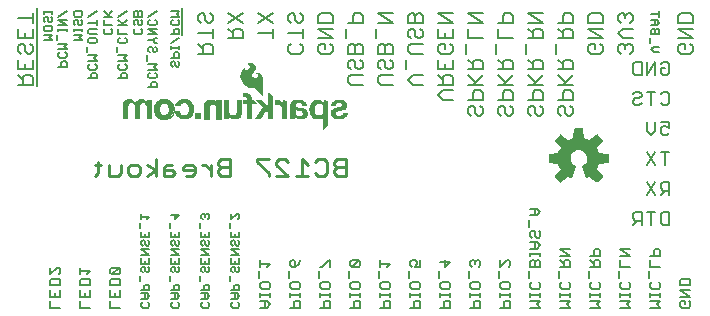
<source format=gbr>
G04 EAGLE Gerber RS-274X export*
G75*
%MOMM*%
%FSLAX34Y34*%
%LPD*%
%INSilkscreen Bottom*%
%IPPOS*%
%AMOC8*
5,1,8,0,0,1.08239X$1,22.5*%
G01*
%ADD10C,0.152400*%
%ADD11C,0.127000*%
%ADD12C,0.203200*%
%ADD13C,0.279400*%
%ADD14C,0.025400*%
%ADD15R,0.495300X0.485100*%

G36*
X547607Y119266D02*
X547607Y119266D01*
X547715Y119276D01*
X547728Y119282D01*
X547742Y119284D01*
X547839Y119332D01*
X547938Y119377D01*
X547951Y119388D01*
X547960Y119392D01*
X547975Y119407D01*
X548052Y119470D01*
X552360Y123778D01*
X552423Y123866D01*
X552489Y123952D01*
X552494Y123965D01*
X552502Y123977D01*
X552533Y124080D01*
X552569Y124183D01*
X552569Y124197D01*
X552573Y124210D01*
X552569Y124318D01*
X552570Y124427D01*
X552565Y124440D01*
X552565Y124454D01*
X552527Y124555D01*
X552492Y124658D01*
X552483Y124673D01*
X552479Y124682D01*
X552465Y124699D01*
X552411Y124782D01*
X547597Y130685D01*
X548675Y132780D01*
X548682Y132799D01*
X548723Y132894D01*
X549441Y135138D01*
X557020Y135908D01*
X557124Y135936D01*
X557230Y135961D01*
X557242Y135968D01*
X557255Y135971D01*
X557345Y136032D01*
X557438Y136089D01*
X557446Y136100D01*
X557458Y136108D01*
X557524Y136194D01*
X557593Y136278D01*
X557597Y136291D01*
X557606Y136302D01*
X557640Y136405D01*
X557679Y136506D01*
X557680Y136524D01*
X557684Y136533D01*
X557683Y136554D01*
X557693Y136653D01*
X557693Y142747D01*
X557676Y142855D01*
X557662Y142962D01*
X557656Y142974D01*
X557654Y142988D01*
X557602Y143084D01*
X557555Y143181D01*
X557545Y143191D01*
X557539Y143203D01*
X557459Y143277D01*
X557383Y143354D01*
X557371Y143360D01*
X557361Y143370D01*
X557262Y143415D01*
X557164Y143463D01*
X557147Y143467D01*
X557138Y143471D01*
X557117Y143473D01*
X557020Y143492D01*
X549441Y144262D01*
X548723Y146506D01*
X548714Y146524D01*
X548675Y146620D01*
X547597Y148715D01*
X552411Y154619D01*
X552465Y154713D01*
X552522Y154805D01*
X552525Y154818D01*
X552532Y154830D01*
X552553Y154937D01*
X552578Y155042D01*
X552576Y155056D01*
X552579Y155070D01*
X552564Y155177D01*
X552554Y155285D01*
X552548Y155298D01*
X552546Y155312D01*
X552498Y155409D01*
X552453Y155508D01*
X552442Y155521D01*
X552438Y155530D01*
X552423Y155545D01*
X552360Y155622D01*
X548052Y159930D01*
X547964Y159993D01*
X547878Y160059D01*
X547865Y160064D01*
X547853Y160072D01*
X547750Y160103D01*
X547647Y160139D01*
X547633Y160139D01*
X547620Y160143D01*
X547512Y160139D01*
X547403Y160140D01*
X547390Y160135D01*
X547376Y160135D01*
X547275Y160097D01*
X547172Y160062D01*
X547157Y160053D01*
X547148Y160049D01*
X547131Y160035D01*
X547049Y159981D01*
X541145Y155167D01*
X539050Y156245D01*
X539031Y156252D01*
X538936Y156293D01*
X536692Y157011D01*
X535922Y164590D01*
X535894Y164694D01*
X535869Y164800D01*
X535862Y164812D01*
X535859Y164825D01*
X535798Y164915D01*
X535741Y165008D01*
X535730Y165016D01*
X535722Y165028D01*
X535636Y165094D01*
X535552Y165163D01*
X535539Y165167D01*
X535528Y165176D01*
X535425Y165210D01*
X535324Y165249D01*
X535306Y165250D01*
X535297Y165254D01*
X535276Y165253D01*
X535177Y165263D01*
X529083Y165263D01*
X528975Y165246D01*
X528868Y165232D01*
X528856Y165226D01*
X528842Y165224D01*
X528746Y165172D01*
X528649Y165125D01*
X528639Y165115D01*
X528627Y165109D01*
X528553Y165029D01*
X528476Y164953D01*
X528470Y164941D01*
X528460Y164931D01*
X528415Y164832D01*
X528367Y164734D01*
X528363Y164717D01*
X528359Y164708D01*
X528357Y164687D01*
X528338Y164590D01*
X527568Y157011D01*
X525324Y156293D01*
X525306Y156284D01*
X525210Y156245D01*
X523115Y155167D01*
X517212Y159981D01*
X517117Y160035D01*
X517025Y160092D01*
X517012Y160095D01*
X517000Y160102D01*
X516893Y160123D01*
X516788Y160148D01*
X516774Y160146D01*
X516760Y160149D01*
X516653Y160134D01*
X516545Y160124D01*
X516532Y160118D01*
X516519Y160116D01*
X516421Y160068D01*
X516322Y160023D01*
X516309Y160012D01*
X516300Y160008D01*
X516285Y159993D01*
X516208Y159930D01*
X511900Y155622D01*
X511837Y155534D01*
X511771Y155448D01*
X511766Y155435D01*
X511758Y155423D01*
X511727Y155320D01*
X511691Y155217D01*
X511691Y155203D01*
X511687Y155190D01*
X511691Y155082D01*
X511690Y154973D01*
X511695Y154960D01*
X511695Y154946D01*
X511733Y154845D01*
X511768Y154742D01*
X511777Y154727D01*
X511781Y154718D01*
X511795Y154701D01*
X511849Y154619D01*
X516663Y148715D01*
X515585Y146620D01*
X515578Y146601D01*
X515537Y146506D01*
X514819Y144262D01*
X507240Y143492D01*
X507136Y143464D01*
X507030Y143439D01*
X507018Y143432D01*
X507005Y143429D01*
X506915Y143368D01*
X506822Y143311D01*
X506814Y143300D01*
X506802Y143292D01*
X506736Y143206D01*
X506668Y143122D01*
X506663Y143109D01*
X506654Y143098D01*
X506620Y142995D01*
X506581Y142894D01*
X506580Y142876D01*
X506576Y142867D01*
X506577Y142846D01*
X506567Y142747D01*
X506567Y136653D01*
X506585Y136545D01*
X506598Y136438D01*
X506604Y136426D01*
X506606Y136412D01*
X506658Y136316D01*
X506705Y136219D01*
X506715Y136209D01*
X506721Y136197D01*
X506801Y136123D01*
X506877Y136046D01*
X506889Y136040D01*
X506900Y136030D01*
X506998Y135985D01*
X507096Y135937D01*
X507113Y135933D01*
X507122Y135929D01*
X507143Y135927D01*
X507240Y135908D01*
X514819Y135138D01*
X515537Y132894D01*
X515546Y132876D01*
X515585Y132780D01*
X516663Y130685D01*
X511849Y124782D01*
X511795Y124687D01*
X511738Y124595D01*
X511735Y124582D01*
X511728Y124570D01*
X511707Y124463D01*
X511682Y124358D01*
X511684Y124344D01*
X511681Y124330D01*
X511696Y124223D01*
X511706Y124115D01*
X511712Y124102D01*
X511714Y124089D01*
X511762Y123991D01*
X511807Y123892D01*
X511818Y123879D01*
X511822Y123870D01*
X511837Y123855D01*
X511900Y123778D01*
X516208Y119470D01*
X516296Y119407D01*
X516382Y119341D01*
X516395Y119336D01*
X516407Y119328D01*
X516510Y119297D01*
X516613Y119261D01*
X516627Y119261D01*
X516640Y119257D01*
X516748Y119261D01*
X516857Y119260D01*
X516870Y119265D01*
X516884Y119265D01*
X516985Y119303D01*
X517088Y119338D01*
X517103Y119347D01*
X517112Y119351D01*
X517129Y119365D01*
X517212Y119419D01*
X523115Y124233D01*
X525209Y123154D01*
X525262Y123137D01*
X525311Y123111D01*
X525377Y123100D01*
X525441Y123079D01*
X525497Y123080D01*
X525551Y123071D01*
X525618Y123082D01*
X525685Y123083D01*
X525737Y123101D01*
X525792Y123110D01*
X525851Y123142D01*
X525915Y123164D01*
X525959Y123199D01*
X526008Y123225D01*
X526053Y123274D01*
X526106Y123316D01*
X526137Y123363D01*
X526175Y123403D01*
X526231Y123508D01*
X526239Y123521D01*
X526240Y123526D01*
X526244Y123533D01*
X529832Y132195D01*
X529857Y132300D01*
X529885Y132405D01*
X529884Y132419D01*
X529888Y132433D01*
X529877Y132540D01*
X529871Y132648D01*
X529865Y132661D01*
X529864Y132676D01*
X529819Y132774D01*
X529779Y132874D01*
X529769Y132885D01*
X529763Y132898D01*
X529690Y132977D01*
X529619Y133058D01*
X529603Y133069D01*
X529596Y133076D01*
X529577Y133087D01*
X529496Y133141D01*
X528153Y133867D01*
X527046Y134802D01*
X526153Y135944D01*
X525511Y137245D01*
X525149Y138648D01*
X525082Y140096D01*
X525311Y141527D01*
X525828Y142882D01*
X526611Y144102D01*
X527626Y145136D01*
X528832Y145942D01*
X530176Y146484D01*
X531603Y146740D01*
X533052Y146699D01*
X534462Y146363D01*
X535774Y145747D01*
X536932Y144875D01*
X537888Y143785D01*
X538601Y142523D01*
X539041Y141142D01*
X539190Y139698D01*
X539055Y138323D01*
X538653Y136998D01*
X538000Y135778D01*
X537122Y134708D01*
X536053Y133830D01*
X534767Y133143D01*
X534680Y133076D01*
X534591Y133012D01*
X534583Y133002D01*
X534573Y132994D01*
X534512Y132903D01*
X534448Y132814D01*
X534445Y132802D01*
X534438Y132791D01*
X534409Y132685D01*
X534377Y132581D01*
X534378Y132568D01*
X534374Y132556D01*
X534382Y132446D01*
X534385Y132337D01*
X534390Y132321D01*
X534390Y132312D01*
X534398Y132293D01*
X534428Y132195D01*
X538016Y123533D01*
X538045Y123486D01*
X538066Y123434D01*
X538109Y123383D01*
X538145Y123326D01*
X538188Y123291D01*
X538224Y123248D01*
X538281Y123214D01*
X538333Y123171D01*
X538385Y123152D01*
X538433Y123123D01*
X538499Y123109D01*
X538562Y123085D01*
X538617Y123083D01*
X538672Y123072D01*
X538738Y123079D01*
X538805Y123077D01*
X538859Y123093D01*
X538914Y123100D01*
X539025Y123144D01*
X539039Y123148D01*
X539043Y123151D01*
X539051Y123154D01*
X541145Y124233D01*
X547049Y119419D01*
X547143Y119365D01*
X547235Y119308D01*
X547248Y119305D01*
X547260Y119298D01*
X547367Y119277D01*
X547472Y119252D01*
X547486Y119254D01*
X547500Y119251D01*
X547607Y119266D01*
G37*
G36*
X264484Y192577D02*
X264484Y192577D01*
X264526Y192592D01*
X264528Y192597D01*
X264532Y192599D01*
X264561Y192672D01*
X264565Y192683D01*
X264565Y192684D01*
X264565Y207848D01*
X264563Y207853D01*
X264565Y207859D01*
X264495Y208690D01*
X264489Y208701D01*
X264490Y208716D01*
X264250Y209515D01*
X264242Y209525D01*
X264240Y209539D01*
X263839Y210271D01*
X263829Y210279D01*
X263824Y210292D01*
X263354Y210842D01*
X263343Y210847D01*
X263336Y210859D01*
X262766Y211304D01*
X262754Y211307D01*
X262744Y211317D01*
X262096Y211638D01*
X262084Y211639D01*
X262072Y211647D01*
X261373Y211831D01*
X261362Y211830D01*
X261351Y211835D01*
X260411Y211908D01*
X260402Y211905D01*
X260391Y211908D01*
X259451Y211835D01*
X259447Y211833D01*
X259441Y211834D01*
X258958Y211758D01*
X258919Y211733D01*
X258879Y211712D01*
X258878Y211708D01*
X258875Y211706D01*
X258865Y211661D01*
X258853Y211617D01*
X258855Y211613D01*
X258854Y211609D01*
X258879Y211571D01*
X258903Y211532D01*
X258907Y211531D01*
X258909Y211528D01*
X258950Y211519D01*
X258990Y211507D01*
X259148Y211523D01*
X259286Y211495D01*
X259419Y211424D01*
X260243Y210825D01*
X260361Y210711D01*
X260433Y210573D01*
X260526Y210158D01*
X260526Y209730D01*
X260433Y209314D01*
X260227Y208910D01*
X259914Y208582D01*
X259308Y208217D01*
X258630Y208010D01*
X257919Y207975D01*
X257309Y208072D01*
X256723Y208270D01*
X256180Y208563D01*
X255755Y208928D01*
X255440Y209388D01*
X255254Y209913D01*
X255211Y210469D01*
X255313Y211017D01*
X255553Y211520D01*
X255923Y211955D01*
X256121Y212165D01*
X256716Y212796D01*
X257311Y213427D01*
X257376Y213496D01*
X257379Y213506D01*
X257388Y213512D01*
X258575Y215270D01*
X258577Y215283D01*
X258587Y215293D01*
X258867Y215981D01*
X258866Y215996D01*
X258875Y216011D01*
X258974Y216746D01*
X258970Y216761D01*
X258975Y216778D01*
X258888Y217515D01*
X258880Y217528D01*
X258880Y217546D01*
X258613Y218238D01*
X258602Y218249D01*
X258598Y218266D01*
X258167Y218869D01*
X258157Y218876D01*
X258151Y218888D01*
X257455Y219546D01*
X257447Y219549D01*
X257442Y219557D01*
X256665Y220117D01*
X256655Y220120D01*
X256647Y220128D01*
X255867Y220516D01*
X255855Y220517D01*
X255844Y220525D01*
X255004Y220756D01*
X254992Y220755D01*
X254980Y220761D01*
X254112Y220827D01*
X254102Y220823D01*
X254090Y220827D01*
X253190Y220741D01*
X253181Y220737D01*
X253171Y220738D01*
X252293Y220518D01*
X252285Y220512D01*
X252273Y220511D01*
X252045Y220410D01*
X251689Y220258D01*
X251688Y220258D01*
X251184Y220037D01*
X251174Y220026D01*
X251157Y220021D01*
X250722Y219683D01*
X250719Y219676D01*
X250711Y219672D01*
X250686Y219647D01*
X250683Y219646D01*
X250648Y219554D01*
X250689Y219465D01*
X250774Y219432D01*
X251377Y219432D01*
X251888Y219375D01*
X252378Y219236D01*
X252859Y218981D01*
X253254Y218611D01*
X253540Y218151D01*
X253697Y217632D01*
X253709Y217329D01*
X253650Y217029D01*
X253444Y216535D01*
X253161Y216077D01*
X252810Y215667D01*
X252398Y215313D01*
X251496Y214662D01*
X251008Y214413D01*
X250479Y214315D01*
X249940Y214373D01*
X249766Y214438D01*
X249405Y214687D01*
X249131Y215026D01*
X249087Y215129D01*
X249071Y215249D01*
X249071Y216129D01*
X249054Y216170D01*
X249040Y216212D01*
X249035Y216215D01*
X249033Y216220D01*
X248992Y216236D01*
X248952Y216255D01*
X248946Y216253D01*
X248941Y216255D01*
X248914Y216243D01*
X248865Y216227D01*
X247739Y215306D01*
X247733Y215294D01*
X247721Y215287D01*
X246814Y214150D01*
X246811Y214139D01*
X246802Y214131D01*
X246300Y213197D01*
X246299Y213187D01*
X246293Y213179D01*
X245935Y212182D01*
X245935Y212172D01*
X245930Y212163D01*
X245723Y211124D01*
X245725Y211114D01*
X245724Y211112D01*
X245725Y211112D01*
X245721Y211103D01*
X245661Y209175D01*
X245665Y209164D01*
X245662Y209152D01*
X245950Y207245D01*
X245956Y207235D01*
X245956Y207223D01*
X246584Y205399D01*
X246591Y205390D01*
X246593Y205378D01*
X247540Y203697D01*
X247548Y203691D01*
X247551Y203680D01*
X248436Y202573D01*
X248443Y202570D01*
X248445Y202564D01*
X248446Y202564D01*
X248448Y202560D01*
X249479Y201588D01*
X249487Y201585D01*
X249493Y201577D01*
X250650Y200760D01*
X250660Y200758D01*
X250668Y200750D01*
X251898Y200150D01*
X251909Y200149D01*
X251919Y200141D01*
X253238Y199773D01*
X253249Y199775D01*
X253260Y199769D01*
X254624Y199645D01*
X254629Y199647D01*
X254635Y199645D01*
X256910Y199645D01*
X257278Y199580D01*
X257629Y199453D01*
X258619Y198864D01*
X259473Y198082D01*
X264345Y192600D01*
X264349Y192598D01*
X264351Y192593D01*
X264393Y192577D01*
X264434Y192558D01*
X264438Y192560D01*
X264443Y192558D01*
X264484Y192577D01*
G37*
G36*
X315851Y163883D02*
X315851Y163883D01*
X315853Y163882D01*
X315874Y163891D01*
X315934Y163914D01*
X320074Y167648D01*
X320076Y167654D01*
X320082Y167657D01*
X320106Y167717D01*
X320115Y167738D01*
X320114Y167740D01*
X320115Y167742D01*
X320115Y188316D01*
X320100Y188353D01*
X320090Y188392D01*
X320081Y188398D01*
X320077Y188407D01*
X320049Y188418D01*
X320013Y188440D01*
X316127Y189176D01*
X316112Y189173D01*
X316097Y189178D01*
X316065Y189163D01*
X316030Y189155D01*
X316022Y189142D01*
X316009Y189136D01*
X315994Y189097D01*
X315978Y189072D01*
X315981Y189061D01*
X315977Y189050D01*
X316001Y187133D01*
X315867Y187282D01*
X315866Y187283D01*
X315866Y187284D01*
X314977Y188249D01*
X314971Y188251D01*
X314967Y188258D01*
X314624Y188559D01*
X314613Y188563D01*
X314605Y188573D01*
X314211Y188806D01*
X314202Y188807D01*
X314194Y188814D01*
X312873Y189347D01*
X312862Y189347D01*
X312852Y189354D01*
X312370Y189456D01*
X312358Y189453D01*
X312346Y189458D01*
X310365Y189483D01*
X310354Y189479D01*
X310342Y189481D01*
X309257Y189298D01*
X309247Y189291D01*
X309233Y189291D01*
X308208Y188891D01*
X308201Y188883D01*
X308189Y188881D01*
X307287Y188340D01*
X307282Y188334D01*
X307273Y188331D01*
X306449Y187678D01*
X306443Y187668D01*
X306433Y187663D01*
X305641Y186773D01*
X305637Y186760D01*
X305625Y186751D01*
X305046Y185710D01*
X305044Y185698D01*
X305036Y185687D01*
X304362Y183574D01*
X304363Y183563D01*
X304357Y183552D01*
X304074Y181352D01*
X304077Y181341D01*
X304073Y181329D01*
X304191Y179114D01*
X304196Y179104D01*
X304194Y179092D01*
X304517Y177716D01*
X304524Y177707D01*
X304524Y177695D01*
X305080Y176395D01*
X305088Y176387D01*
X305090Y176376D01*
X305862Y175191D01*
X305871Y175185D01*
X305876Y175174D01*
X306533Y174467D01*
X306543Y174463D01*
X306549Y174453D01*
X307317Y173868D01*
X307328Y173866D01*
X307335Y173857D01*
X308191Y173411D01*
X308202Y173410D01*
X308211Y173402D01*
X309130Y173108D01*
X309140Y173109D01*
X309150Y173103D01*
X310362Y172914D01*
X310371Y172916D01*
X310380Y172913D01*
X311607Y172896D01*
X311615Y172899D01*
X311625Y172897D01*
X312842Y173052D01*
X312852Y173057D01*
X312864Y173057D01*
X313708Y173321D01*
X313718Y173329D01*
X313733Y173332D01*
X314502Y173769D01*
X314510Y173779D01*
X314524Y173784D01*
X315184Y174374D01*
X315190Y174386D01*
X315202Y174394D01*
X315722Y175110D01*
X315723Y175112D01*
X315723Y164008D01*
X315741Y163964D01*
X315758Y163921D01*
X315760Y163920D01*
X315761Y163917D01*
X315805Y163900D01*
X315849Y163882D01*
X315851Y163883D01*
G37*
G36*
X150421Y173230D02*
X150421Y173230D01*
X150423Y173229D01*
X150466Y173249D01*
X150510Y173267D01*
X150510Y173269D01*
X150512Y173270D01*
X150545Y173355D01*
X150545Y183634D01*
X150652Y184514D01*
X150964Y185336D01*
X151225Y185720D01*
X151568Y186033D01*
X151974Y186259D01*
X152422Y186387D01*
X153326Y186455D01*
X154229Y186363D01*
X154639Y186237D01*
X155011Y186027D01*
X155026Y186013D01*
X155167Y185887D01*
X155307Y185760D01*
X155329Y185741D01*
X155714Y185213D01*
X155987Y184618D01*
X156136Y183979D01*
X156211Y182876D01*
X156211Y173355D01*
X156212Y173353D01*
X156211Y173351D01*
X156231Y173308D01*
X156249Y173264D01*
X156251Y173264D01*
X156252Y173262D01*
X156337Y173229D01*
X160655Y173229D01*
X160657Y173230D01*
X160659Y173229D01*
X160702Y173249D01*
X160746Y173267D01*
X160746Y173269D01*
X160748Y173270D01*
X160781Y173355D01*
X160781Y183914D01*
X160861Y184577D01*
X161092Y185196D01*
X161462Y185743D01*
X161809Y186061D01*
X162218Y186294D01*
X162668Y186430D01*
X163145Y186462D01*
X163993Y186412D01*
X164433Y186330D01*
X164837Y186152D01*
X165192Y185886D01*
X166011Y184942D01*
X166295Y184404D01*
X166426Y183813D01*
X166396Y183191D01*
X166397Y183188D01*
X166396Y183185D01*
X166396Y173380D01*
X166397Y173378D01*
X166396Y173376D01*
X166416Y173333D01*
X166434Y173289D01*
X166436Y173289D01*
X166437Y173287D01*
X166522Y173254D01*
X170840Y173254D01*
X170842Y173255D01*
X170844Y173254D01*
X170887Y173274D01*
X170931Y173292D01*
X170931Y173294D01*
X170933Y173295D01*
X170966Y173380D01*
X170966Y189433D01*
X170965Y189435D01*
X170966Y189437D01*
X170946Y189480D01*
X170928Y189524D01*
X170926Y189524D01*
X170925Y189526D01*
X170840Y189559D01*
X166853Y189559D01*
X166851Y189558D01*
X166849Y189559D01*
X166806Y189539D01*
X166762Y189521D01*
X166762Y189519D01*
X166760Y189518D01*
X166727Y189433D01*
X166727Y187380D01*
X166696Y187387D01*
X166394Y187783D01*
X166388Y187786D01*
X166385Y187794D01*
X165623Y188581D01*
X165615Y188584D01*
X165611Y188591D01*
X164849Y189203D01*
X164835Y189207D01*
X164823Y189220D01*
X163933Y189624D01*
X163921Y189624D01*
X163910Y189632D01*
X162818Y189886D01*
X162809Y189885D01*
X162801Y189889D01*
X161429Y190016D01*
X161419Y190013D01*
X161408Y190016D01*
X160451Y189947D01*
X160440Y189941D01*
X160426Y189942D01*
X159503Y189682D01*
X159493Y189674D01*
X159480Y189672D01*
X158690Y189269D01*
X158682Y189260D01*
X158669Y189256D01*
X157971Y188710D01*
X157965Y188699D01*
X157953Y188693D01*
X157371Y188024D01*
X157368Y188012D01*
X157357Y188004D01*
X156977Y187346D01*
X156935Y187388D01*
X156480Y187869D01*
X156477Y187870D01*
X156476Y187873D01*
X155688Y188632D01*
X155679Y188635D01*
X155674Y188644D01*
X154785Y189282D01*
X154774Y189284D01*
X154766Y189292D01*
X153961Y189686D01*
X153949Y189686D01*
X153938Y189694D01*
X153073Y189926D01*
X153061Y189924D01*
X153049Y189930D01*
X152155Y189991D01*
X152146Y189988D01*
X152135Y189991D01*
X150856Y189884D01*
X150849Y189880D01*
X150842Y189882D01*
X149582Y189633D01*
X149573Y189627D01*
X149561Y189627D01*
X148695Y189301D01*
X148685Y189291D01*
X148670Y189288D01*
X147896Y188781D01*
X147889Y188769D01*
X147875Y188763D01*
X147229Y188099D01*
X147226Y188089D01*
X147222Y188088D01*
X147221Y188084D01*
X147213Y188078D01*
X146625Y187139D01*
X146623Y187126D01*
X146613Y187116D01*
X146227Y186077D01*
X146228Y186064D01*
X146221Y186052D01*
X146052Y184956D01*
X146055Y184947D01*
X146051Y184937D01*
X146051Y173355D01*
X146052Y173353D01*
X146051Y173351D01*
X146071Y173308D01*
X146089Y173264D01*
X146091Y173264D01*
X146092Y173262D01*
X146177Y173229D01*
X150419Y173229D01*
X150421Y173230D01*
G37*
G36*
X298301Y172899D02*
X298301Y172899D01*
X298312Y172904D01*
X298326Y172902D01*
X299698Y173210D01*
X299709Y173218D01*
X299724Y173219D01*
X300993Y173825D01*
X301002Y173835D01*
X301016Y173839D01*
X301464Y174181D01*
X301470Y174191D01*
X301482Y174197D01*
X301859Y174617D01*
X301863Y174628D01*
X301873Y174636D01*
X302165Y175119D01*
X302167Y175130D01*
X302175Y175140D01*
X302548Y176133D01*
X302548Y176144D01*
X302554Y176155D01*
X302743Y177199D01*
X302740Y177210D01*
X302745Y177222D01*
X302742Y178283D01*
X302739Y178290D01*
X302741Y178293D01*
X302738Y178300D01*
X302739Y178310D01*
X302533Y179251D01*
X302524Y179263D01*
X302523Y179280D01*
X302094Y180142D01*
X302084Y180151D01*
X302079Y180166D01*
X301581Y180775D01*
X301576Y180778D01*
X301574Y180782D01*
X301568Y180784D01*
X301563Y180793D01*
X300953Y181291D01*
X300941Y181294D01*
X300932Y181305D01*
X300236Y181671D01*
X300225Y181672D01*
X300216Y181679D01*
X298731Y182163D01*
X298723Y182162D01*
X298714Y182167D01*
X297177Y182445D01*
X297173Y182444D01*
X297168Y182447D01*
X294962Y182675D01*
X293656Y182901D01*
X293187Y183066D01*
X292759Y183312D01*
X292475Y183573D01*
X292415Y183660D01*
X292373Y183757D01*
X292262Y184278D01*
X292262Y184809D01*
X292373Y185330D01*
X292512Y185644D01*
X292711Y185923D01*
X292964Y186157D01*
X293278Y186350D01*
X293624Y186478D01*
X293993Y186539D01*
X295348Y186589D01*
X295935Y186535D01*
X296496Y186370D01*
X296960Y186115D01*
X297350Y185759D01*
X297645Y185321D01*
X297829Y184826D01*
X297892Y184295D01*
X297892Y184252D01*
X297893Y184250D01*
X297892Y184248D01*
X297912Y184205D01*
X297930Y184161D01*
X297932Y184161D01*
X297933Y184159D01*
X298018Y184126D01*
X302159Y184126D01*
X302160Y184124D01*
X302202Y184114D01*
X302244Y184100D01*
X302250Y184103D01*
X302256Y184102D01*
X302281Y184118D01*
X302326Y184139D01*
X302351Y184164D01*
X302351Y184165D01*
X302367Y184207D01*
X302386Y184256D01*
X302386Y184257D01*
X302366Y184299D01*
X302347Y184342D01*
X302225Y185233D01*
X302219Y185244D01*
X302219Y185259D01*
X301885Y186200D01*
X301876Y186210D01*
X301873Y186224D01*
X301354Y187077D01*
X301343Y187085D01*
X301338Y187098D01*
X300655Y187828D01*
X300643Y187833D01*
X300635Y187845D01*
X299818Y188419D01*
X299806Y188422D01*
X299797Y188431D01*
X298639Y188960D01*
X298629Y188960D01*
X298620Y188967D01*
X297391Y189301D01*
X297382Y189300D01*
X297373Y189304D01*
X295633Y189518D01*
X295625Y189515D01*
X295617Y189518D01*
X293863Y189510D01*
X293856Y189507D01*
X293847Y189509D01*
X292108Y189279D01*
X292100Y189274D01*
X292089Y189275D01*
X290675Y188850D01*
X290666Y188842D01*
X290652Y188841D01*
X289349Y188147D01*
X289340Y188137D01*
X289326Y188132D01*
X288764Y187649D01*
X288757Y187635D01*
X288743Y187626D01*
X288316Y187021D01*
X288313Y187006D01*
X288301Y186994D01*
X288034Y186303D01*
X288035Y186288D01*
X288027Y186273D01*
X287936Y185538D01*
X287938Y185530D01*
X287935Y185522D01*
X287935Y180696D01*
X287936Y180694D01*
X287935Y180692D01*
X287942Y180677D01*
X287910Y180593D01*
X287935Y176255D01*
X287833Y174918D01*
X287484Y173623D01*
X287410Y173424D01*
X287411Y173399D01*
X287402Y173376D01*
X287413Y173352D01*
X287414Y173326D01*
X287433Y173309D01*
X287443Y173287D01*
X287470Y173276D01*
X287488Y173260D01*
X287507Y173262D01*
X287528Y173254D01*
X291562Y173254D01*
X291598Y173251D01*
X291626Y173260D01*
X291666Y173264D01*
X291703Y173283D01*
X291722Y173305D01*
X291754Y173329D01*
X291776Y173365D01*
X291778Y173382D01*
X291790Y173398D01*
X291866Y173678D01*
X291865Y173681D01*
X291867Y173684D01*
X292094Y174713D01*
X292104Y174736D01*
X292110Y174742D01*
X292118Y174744D01*
X292127Y174743D01*
X292151Y174727D01*
X292978Y174024D01*
X292989Y174020D01*
X292998Y174010D01*
X293949Y173470D01*
X293960Y173469D01*
X293970Y173461D01*
X295005Y173108D01*
X295017Y173109D01*
X295027Y173103D01*
X296645Y172862D01*
X296655Y172865D01*
X296666Y172861D01*
X298301Y172899D01*
G37*
G36*
X273434Y173128D02*
X273434Y173128D01*
X273437Y173127D01*
X273520Y173164D01*
X273571Y173215D01*
X273573Y173218D01*
X273575Y173219D01*
X273608Y173304D01*
X273608Y192634D01*
X273600Y192653D01*
X273602Y192673D01*
X273581Y192700D01*
X273570Y192725D01*
X273556Y192730D01*
X273545Y192744D01*
X269405Y195106D01*
X269370Y195110D01*
X269338Y195122D01*
X269323Y195115D01*
X269307Y195117D01*
X269280Y195095D01*
X269249Y195081D01*
X269242Y195065D01*
X269230Y195055D01*
X269228Y195028D01*
X269216Y194996D01*
X269216Y183566D01*
X263741Y189040D01*
X263738Y189042D01*
X263737Y189044D01*
X263652Y189077D01*
X258978Y189077D01*
X258976Y189077D01*
X258975Y189077D01*
X258931Y189057D01*
X258887Y189039D01*
X258887Y189037D01*
X258885Y189036D01*
X258869Y188992D01*
X258852Y188947D01*
X258853Y188945D01*
X258852Y188944D01*
X258890Y188861D01*
X264581Y183295D01*
X257984Y173400D01*
X257977Y173362D01*
X257963Y173325D01*
X257968Y173315D01*
X257966Y173303D01*
X257988Y173272D01*
X258005Y173236D01*
X258016Y173232D01*
X258022Y173223D01*
X258052Y173218D01*
X258090Y173204D01*
X263170Y173229D01*
X263187Y173236D01*
X263205Y173234D01*
X263234Y173256D01*
X263260Y173268D01*
X263265Y173280D01*
X263277Y173290D01*
X267510Y180268D01*
X269165Y178661D01*
X269165Y173253D01*
X269166Y173251D01*
X269165Y173249D01*
X269185Y173206D01*
X269203Y173162D01*
X269205Y173162D01*
X269206Y173160D01*
X269291Y173127D01*
X273431Y173127D01*
X273434Y173128D01*
G37*
G36*
X241866Y172827D02*
X241866Y172827D01*
X241877Y172824D01*
X242910Y172971D01*
X242921Y172977D01*
X242934Y172977D01*
X243920Y173320D01*
X243929Y173328D01*
X243942Y173330D01*
X244844Y173856D01*
X244851Y173866D01*
X244864Y173871D01*
X245118Y174099D01*
X245124Y174110D01*
X245135Y174118D01*
X245796Y175003D01*
X245798Y175014D01*
X245808Y175023D01*
X246296Y176013D01*
X246296Y176025D01*
X246304Y176035D01*
X246604Y177098D01*
X246602Y177109D01*
X246608Y177121D01*
X246709Y178220D01*
X246707Y178226D01*
X246709Y178232D01*
X246709Y189027D01*
X246708Y189029D01*
X246709Y189031D01*
X246689Y189074D01*
X246671Y189118D01*
X246669Y189118D01*
X246668Y189120D01*
X246583Y189153D01*
X242443Y189153D01*
X242441Y189152D01*
X242439Y189153D01*
X242396Y189133D01*
X242352Y189115D01*
X242352Y189113D01*
X242350Y189112D01*
X242317Y189027D01*
X242317Y179030D01*
X242168Y178200D01*
X241825Y177432D01*
X241553Y177070D01*
X241212Y176769D01*
X240817Y176544D01*
X240128Y176321D01*
X239409Y176241D01*
X238688Y176308D01*
X237997Y176520D01*
X237487Y176808D01*
X237056Y177205D01*
X236729Y177690D01*
X236520Y178240D01*
X236295Y179444D01*
X236219Y180674D01*
X236219Y188976D01*
X236218Y188978D01*
X236219Y188980D01*
X236199Y189023D01*
X236181Y189067D01*
X236179Y189067D01*
X236178Y189069D01*
X236093Y189102D01*
X231877Y189102D01*
X231875Y189101D01*
X231873Y189102D01*
X231830Y189082D01*
X231786Y189064D01*
X231786Y189062D01*
X231784Y189061D01*
X231751Y188976D01*
X231751Y173355D01*
X231752Y173353D01*
X231751Y173351D01*
X231771Y173308D01*
X231789Y173264D01*
X231791Y173264D01*
X231792Y173262D01*
X231877Y173229D01*
X235890Y173229D01*
X235892Y173230D01*
X235894Y173229D01*
X235937Y173249D01*
X235981Y173267D01*
X235981Y173269D01*
X235983Y173270D01*
X236016Y173355D01*
X236016Y175412D01*
X236523Y174771D01*
X236531Y174767D01*
X236535Y174758D01*
X237362Y173973D01*
X237371Y173970D01*
X237376Y173962D01*
X238306Y173303D01*
X238315Y173301D01*
X238323Y173293D01*
X238568Y173171D01*
X238579Y173170D01*
X238588Y173163D01*
X238850Y173082D01*
X238859Y173083D01*
X238868Y173078D01*
X240346Y172855D01*
X240354Y172857D01*
X240362Y172853D01*
X241856Y172823D01*
X241866Y172827D01*
G37*
G36*
X229389Y173154D02*
X229389Y173154D01*
X229391Y173153D01*
X229434Y173173D01*
X229478Y173191D01*
X229478Y173193D01*
X229480Y173194D01*
X229513Y173279D01*
X229513Y189001D01*
X229512Y189003D01*
X229513Y189005D01*
X229493Y189048D01*
X229475Y189092D01*
X229473Y189092D01*
X229472Y189094D01*
X229387Y189127D01*
X225349Y189127D01*
X225347Y189126D01*
X225345Y189127D01*
X225302Y189107D01*
X225258Y189089D01*
X225258Y189087D01*
X225256Y189086D01*
X225223Y189001D01*
X225223Y186933D01*
X225181Y186962D01*
X225067Y187098D01*
X224790Y187476D01*
X224786Y187478D01*
X224784Y187483D01*
X224382Y187956D01*
X224375Y187960D01*
X224371Y187968D01*
X224176Y188144D01*
X224036Y188270D01*
X223910Y188384D01*
X223900Y188387D01*
X223892Y188397D01*
X222994Y188964D01*
X222981Y188967D01*
X222970Y188976D01*
X221974Y189345D01*
X221961Y189345D01*
X221948Y189352D01*
X220896Y189507D01*
X220886Y189504D01*
X220875Y189508D01*
X218869Y189458D01*
X218859Y189454D01*
X218846Y189456D01*
X217869Y189250D01*
X217857Y189242D01*
X217841Y189241D01*
X216936Y188819D01*
X216927Y188808D01*
X216912Y188804D01*
X216127Y188186D01*
X216121Y188175D01*
X216109Y188169D01*
X215620Y187594D01*
X215617Y187583D01*
X215607Y187576D01*
X215223Y186927D01*
X215221Y186916D01*
X215213Y186907D01*
X214944Y186202D01*
X214944Y186193D01*
X214939Y186184D01*
X214699Y185077D01*
X214701Y185068D01*
X214697Y185060D01*
X214606Y183931D01*
X214608Y183926D01*
X214606Y183921D01*
X214606Y173380D01*
X214607Y173378D01*
X214606Y173376D01*
X214626Y173333D01*
X214644Y173289D01*
X214646Y173289D01*
X214647Y173287D01*
X214732Y173254D01*
X218821Y173254D01*
X218823Y173255D01*
X218825Y173254D01*
X218868Y173274D01*
X218912Y173292D01*
X218912Y173294D01*
X218914Y173295D01*
X218947Y173380D01*
X218947Y183026D01*
X219012Y183744D01*
X219203Y184432D01*
X219513Y185074D01*
X219809Y185461D01*
X220183Y185770D01*
X220618Y185987D01*
X220918Y186064D01*
X221234Y186081D01*
X222339Y186031D01*
X222895Y185944D01*
X223411Y185740D01*
X223868Y185426D01*
X224385Y184857D01*
X224748Y184178D01*
X224965Y183428D01*
X225045Y182645D01*
X225045Y173279D01*
X225046Y173277D01*
X225045Y173275D01*
X225065Y173232D01*
X225083Y173188D01*
X225085Y173188D01*
X225086Y173186D01*
X225171Y173153D01*
X229387Y173153D01*
X229389Y173154D01*
G37*
G36*
X181103Y173082D02*
X181103Y173082D01*
X181119Y173078D01*
X184116Y173484D01*
X184137Y173496D01*
X184166Y173502D01*
X187011Y175280D01*
X187025Y175301D01*
X187050Y175319D01*
X188650Y177808D01*
X188654Y177831D01*
X188669Y177856D01*
X189279Y181742D01*
X189273Y181764D01*
X189277Y181790D01*
X188464Y185346D01*
X188449Y185367D01*
X188440Y185396D01*
X186306Y188114D01*
X186284Y188126D01*
X186263Y188149D01*
X182885Y189826D01*
X182865Y189827D01*
X182844Y189838D01*
X181371Y190015D01*
X181364Y190013D01*
X181356Y190016D01*
X181305Y190016D01*
X181285Y190008D01*
X181259Y190007D01*
X181132Y189957D01*
X181111Y189937D01*
X181085Y189925D01*
X181076Y189903D01*
X181061Y189889D01*
X181062Y189865D01*
X181052Y189840D01*
X181052Y186919D01*
X181069Y186879D01*
X181081Y186838D01*
X181088Y186834D01*
X181090Y186828D01*
X181118Y186817D01*
X181161Y186794D01*
X182256Y186644D01*
X183404Y186009D01*
X184192Y184925D01*
X184588Y184036D01*
X184862Y182562D01*
X184913Y180703D01*
X184738Y179455D01*
X184363Y178306D01*
X183825Y177279D01*
X182177Y176271D01*
X180429Y176049D01*
X178678Y176641D01*
X178608Y176705D01*
X178330Y176958D01*
X178052Y177210D01*
X177913Y177336D01*
X177636Y177589D01*
X177635Y177589D01*
X177599Y177622D01*
X177056Y178832D01*
X176681Y180380D01*
X176681Y181805D01*
X176932Y183734D01*
X177676Y185346D01*
X178510Y186155D01*
X179463Y186668D01*
X180650Y186767D01*
X180746Y186767D01*
X180749Y186768D01*
X180752Y186767D01*
X180794Y186787D01*
X180837Y186805D01*
X180838Y186808D01*
X180841Y186810D01*
X180872Y186895D01*
X180846Y188483D01*
X180843Y188609D01*
X180843Y188610D01*
X180841Y188736D01*
X180839Y188862D01*
X180837Y188988D01*
X180835Y189114D01*
X180835Y189115D01*
X180833Y189241D01*
X180831Y189367D01*
X180829Y189493D01*
X180826Y189619D01*
X180826Y189620D01*
X180824Y189746D01*
X180822Y189867D01*
X180818Y189876D01*
X180821Y189885D01*
X180799Y189920D01*
X180782Y189957D01*
X180774Y189960D01*
X180769Y189968D01*
X180717Y189981D01*
X180690Y189991D01*
X180685Y189989D01*
X180680Y189990D01*
X178673Y189736D01*
X178662Y189730D01*
X178648Y189730D01*
X177022Y189171D01*
X177010Y189160D01*
X176991Y189156D01*
X175010Y187785D01*
X175002Y187772D01*
X174986Y187763D01*
X173894Y186493D01*
X173889Y186477D01*
X173875Y186462D01*
X172834Y184125D01*
X172833Y184108D01*
X172824Y184090D01*
X172544Y181905D01*
X172548Y181890D01*
X172544Y181874D01*
X172798Y179766D01*
X172802Y179758D01*
X172801Y179747D01*
X173487Y177283D01*
X173498Y177269D01*
X173502Y177250D01*
X174315Y175955D01*
X174327Y175946D01*
X174335Y175931D01*
X175529Y174788D01*
X175538Y174784D01*
X175543Y174776D01*
X176660Y173989D01*
X176677Y173985D01*
X176692Y173973D01*
X178546Y173338D01*
X178560Y173339D01*
X178574Y173331D01*
X181089Y173077D01*
X181103Y173082D01*
G37*
G36*
X329084Y172875D02*
X329084Y172875D01*
X329091Y172873D01*
X331657Y173051D01*
X331666Y173056D01*
X331676Y173054D01*
X332597Y173266D01*
X332608Y173274D01*
X332622Y173275D01*
X333479Y173672D01*
X333485Y173679D01*
X333494Y173681D01*
X334688Y174443D01*
X334693Y174449D01*
X334701Y174452D01*
X335216Y174883D01*
X335221Y174894D01*
X335233Y174900D01*
X335653Y175424D01*
X335657Y175435D01*
X335667Y175444D01*
X335976Y176040D01*
X335977Y176049D01*
X335984Y176057D01*
X336416Y177327D01*
X336415Y177337D01*
X336420Y177346D01*
X336522Y177930D01*
X336521Y177937D01*
X336524Y177943D01*
X336549Y178299D01*
X336548Y178303D01*
X336549Y178306D01*
X336548Y178308D01*
X336549Y178312D01*
X336537Y178338D01*
X336534Y178368D01*
X336533Y178369D01*
X336533Y178370D01*
X336522Y178379D01*
X336517Y178392D01*
X336511Y178395D01*
X336508Y178401D01*
X336478Y178413D01*
X336458Y178429D01*
X336456Y178429D01*
X336455Y178430D01*
X336440Y178429D01*
X336428Y178434D01*
X336426Y178433D01*
X336423Y178434D01*
X332562Y178434D01*
X332560Y178433D01*
X332558Y178434D01*
X332515Y178414D01*
X332471Y178396D01*
X332471Y178394D01*
X332469Y178393D01*
X332436Y178308D01*
X332436Y178261D01*
X332407Y177764D01*
X332261Y177302D01*
X332005Y176888D01*
X331901Y176783D01*
X331775Y176657D01*
X331563Y176445D01*
X331036Y176108D01*
X330449Y175891D01*
X329887Y175818D01*
X328557Y175818D01*
X327954Y175892D01*
X327387Y176089D01*
X326874Y176401D01*
X326587Y176685D01*
X326378Y177030D01*
X326261Y177415D01*
X326244Y177819D01*
X326329Y178214D01*
X326510Y178576D01*
X326775Y178880D01*
X327111Y179111D01*
X328218Y179581D01*
X329392Y179887D01*
X333023Y180750D01*
X333030Y180755D01*
X333039Y180755D01*
X333847Y181061D01*
X333854Y181067D01*
X333864Y181069D01*
X334615Y181496D01*
X334621Y181503D01*
X334631Y181507D01*
X335308Y182044D01*
X335313Y182054D01*
X335324Y182060D01*
X335661Y182445D01*
X335665Y182458D01*
X335676Y182467D01*
X335925Y182914D01*
X335926Y182927D01*
X335935Y182938D01*
X336087Y183427D01*
X336085Y183439D01*
X336092Y183452D01*
X336197Y184588D01*
X336194Y184601D01*
X336197Y184614D01*
X336068Y185748D01*
X336062Y185759D01*
X336063Y185773D01*
X335705Y186857D01*
X335697Y186866D01*
X335695Y186880D01*
X335396Y187402D01*
X335386Y187409D01*
X335381Y187422D01*
X334987Y187877D01*
X334976Y187882D01*
X334969Y187894D01*
X334493Y188263D01*
X334482Y188266D01*
X334473Y188275D01*
X333192Y188929D01*
X333181Y188930D01*
X333171Y188937D01*
X331793Y189348D01*
X331782Y189347D01*
X331770Y189353D01*
X330341Y189508D01*
X330334Y189506D01*
X330327Y189508D01*
X328524Y189508D01*
X328518Y189506D01*
X328511Y189508D01*
X327118Y189368D01*
X327109Y189363D01*
X327098Y189364D01*
X325747Y188996D01*
X325738Y188989D01*
X325724Y188987D01*
X324627Y188449D01*
X324618Y188439D01*
X324604Y188435D01*
X323645Y187678D01*
X323639Y187668D01*
X323628Y187663D01*
X323280Y187267D01*
X323278Y187262D01*
X323277Y187262D01*
X323276Y187258D01*
X323268Y187252D01*
X322982Y186810D01*
X322980Y186800D01*
X322973Y186793D01*
X322617Y186005D01*
X322617Y186000D01*
X322613Y185996D01*
X322410Y185438D01*
X322412Y185414D01*
X322407Y185402D01*
X322410Y185395D01*
X322405Y185370D01*
X322414Y185356D01*
X322405Y185344D01*
X322407Y185338D01*
X322403Y185331D01*
X322327Y184620D01*
X322329Y184614D01*
X322328Y184610D01*
X322329Y184608D01*
X322327Y184603D01*
X322344Y184566D01*
X322356Y184526D01*
X322364Y184522D01*
X322368Y184514D01*
X322418Y184494D01*
X322444Y184481D01*
X322448Y184483D01*
X322453Y184481D01*
X326339Y184481D01*
X326383Y184499D01*
X326427Y184517D01*
X326428Y184518D01*
X326430Y184519D01*
X326437Y184538D01*
X326465Y184599D01*
X326481Y184859D01*
X326536Y185102D01*
X326686Y185454D01*
X326904Y185767D01*
X327180Y186031D01*
X327602Y186302D01*
X328069Y186491D01*
X328565Y186589D01*
X329413Y186633D01*
X330261Y186589D01*
X330710Y186504D01*
X331134Y186347D01*
X331435Y186152D01*
X331668Y185884D01*
X331823Y185542D01*
X331871Y185170D01*
X331806Y184801D01*
X331622Y184440D01*
X331387Y184197D01*
X331339Y184147D01*
X330664Y183731D01*
X329912Y183459D01*
X327889Y183055D01*
X327888Y183054D01*
X327887Y183054D01*
X326164Y182673D01*
X326157Y182668D01*
X326148Y182668D01*
X324492Y182058D01*
X324486Y182052D01*
X324476Y182051D01*
X323720Y181646D01*
X323714Y181639D01*
X323705Y181636D01*
X323013Y181128D01*
X323008Y181118D01*
X322996Y181113D01*
X322664Y180763D01*
X322659Y180751D01*
X322648Y180742D01*
X322396Y180330D01*
X322394Y180316D01*
X322384Y180304D01*
X322047Y179301D01*
X322048Y179286D01*
X322040Y179272D01*
X321946Y178217D01*
X321949Y178208D01*
X321946Y178197D01*
X322022Y177156D01*
X322026Y177148D01*
X322025Y177138D01*
X322168Y176474D01*
X322174Y176464D01*
X322175Y176451D01*
X322441Y175826D01*
X322449Y175817D01*
X322452Y175805D01*
X322831Y175241D01*
X322841Y175234D01*
X322846Y175223D01*
X323572Y174480D01*
X323582Y174476D01*
X323588Y174465D01*
X324432Y173859D01*
X324442Y173857D01*
X324451Y173848D01*
X325386Y173397D01*
X325397Y173396D01*
X325407Y173389D01*
X326407Y173107D01*
X326415Y173108D01*
X326424Y173103D01*
X327738Y172921D01*
X327745Y172923D01*
X327751Y172920D01*
X329078Y172873D01*
X329084Y172875D01*
G37*
G36*
X199282Y172972D02*
X199282Y172972D01*
X199289Y172975D01*
X199297Y172974D01*
X200860Y173256D01*
X200868Y173261D01*
X200878Y173260D01*
X201948Y173615D01*
X201956Y173621D01*
X201967Y173623D01*
X202964Y174149D01*
X202971Y174157D01*
X202982Y174161D01*
X203878Y174845D01*
X203883Y174854D01*
X203894Y174859D01*
X204664Y175682D01*
X204666Y175688D01*
X204668Y175689D01*
X204670Y175693D01*
X204677Y175698D01*
X205359Y176714D01*
X205361Y176724D01*
X205369Y176732D01*
X205883Y177843D01*
X205884Y177852D01*
X205890Y177861D01*
X206224Y179039D01*
X206223Y179049D01*
X206228Y179058D01*
X206373Y180274D01*
X206371Y180283D01*
X206374Y180293D01*
X206373Y180325D01*
X206373Y180326D01*
X206365Y180578D01*
X206366Y180578D01*
X206365Y180578D01*
X206362Y180704D01*
X206354Y180957D01*
X206350Y181083D01*
X206342Y181335D01*
X206342Y181336D01*
X206339Y181462D01*
X206335Y181588D01*
X206331Y181714D01*
X206323Y181967D01*
X206319Y182093D01*
X206312Y182345D01*
X206312Y182346D01*
X206308Y182472D01*
X206300Y182724D01*
X206298Y182782D01*
X206294Y182791D01*
X206296Y182803D01*
X205998Y184293D01*
X205991Y184303D01*
X205991Y184316D01*
X205414Y185722D01*
X205406Y185730D01*
X205403Y185743D01*
X204569Y187014D01*
X204559Y187020D01*
X204554Y187032D01*
X203493Y188120D01*
X203482Y188125D01*
X203474Y188136D01*
X202225Y189001D01*
X202213Y189004D01*
X202204Y189013D01*
X200813Y189625D01*
X200801Y189625D01*
X200789Y189632D01*
X199283Y189965D01*
X199271Y189962D01*
X199258Y189968D01*
X197716Y189991D01*
X197707Y189988D01*
X197698Y189990D01*
X196263Y189801D01*
X196258Y189798D01*
X196252Y189799D01*
X194841Y189480D01*
X194833Y189475D01*
X194823Y189474D01*
X193666Y189017D01*
X193656Y189007D01*
X193642Y189004D01*
X192611Y188307D01*
X192604Y188296D01*
X192590Y188289D01*
X191735Y187386D01*
X191730Y187374D01*
X191718Y187365D01*
X191078Y186298D01*
X191076Y186286D01*
X191068Y186277D01*
X190643Y185122D01*
X190643Y185112D01*
X190638Y185103D01*
X190401Y183895D01*
X190404Y183881D01*
X190399Y183867D01*
X190414Y183834D01*
X190421Y183799D01*
X190434Y183791D01*
X190440Y183778D01*
X190479Y183762D01*
X190505Y183746D01*
X190515Y183749D01*
X190525Y183745D01*
X194716Y183745D01*
X194718Y183746D01*
X194720Y183745D01*
X194763Y183765D01*
X194807Y183783D01*
X194807Y183785D01*
X194809Y183786D01*
X194842Y183871D01*
X194842Y183889D01*
X194909Y184468D01*
X195102Y185010D01*
X195413Y185495D01*
X195826Y185896D01*
X196319Y186194D01*
X197111Y186455D01*
X197943Y186538D01*
X198783Y186472D01*
X199604Y186291D01*
X200018Y186105D01*
X200365Y185815D01*
X201052Y184904D01*
X201557Y183879D01*
X201862Y182776D01*
X201955Y181635D01*
X201826Y180075D01*
X201480Y178551D01*
X201165Y177834D01*
X200690Y177215D01*
X200082Y176726D01*
X199374Y176396D01*
X198595Y176215D01*
X197795Y176174D01*
X197204Y176247D01*
X196635Y176420D01*
X196105Y176688D01*
X195662Y177033D01*
X195304Y177465D01*
X194983Y178055D01*
X194768Y178692D01*
X194664Y179368D01*
X194642Y179404D01*
X194624Y179442D01*
X194616Y179445D01*
X194612Y179452D01*
X194582Y179458D01*
X194539Y179475D01*
X190475Y179475D01*
X190473Y179474D01*
X190471Y179475D01*
X190428Y179455D01*
X190384Y179437D01*
X190384Y179435D01*
X190382Y179434D01*
X190349Y179349D01*
X190349Y179299D01*
X190350Y179295D01*
X190349Y179291D01*
X190381Y178816D01*
X190385Y178809D01*
X190383Y178799D01*
X190478Y178334D01*
X190484Y178325D01*
X190484Y178313D01*
X191026Y176922D01*
X191035Y176913D01*
X191038Y176899D01*
X191853Y175648D01*
X191864Y175641D01*
X191869Y175628D01*
X192922Y174570D01*
X192934Y174565D01*
X192943Y174553D01*
X194190Y173733D01*
X194201Y173730D01*
X194210Y173722D01*
X195303Y173260D01*
X195313Y173260D01*
X195322Y173254D01*
X196475Y172972D01*
X196485Y172973D01*
X196495Y172969D01*
X197678Y172873D01*
X197686Y172876D01*
X197696Y172873D01*
X199282Y172972D01*
G37*
G36*
X255221Y173154D02*
X255221Y173154D01*
X255223Y173153D01*
X255266Y173173D01*
X255310Y173191D01*
X255310Y173193D01*
X255312Y173194D01*
X255345Y173279D01*
X255345Y186159D01*
X259208Y186183D01*
X259209Y186183D01*
X259254Y186203D01*
X259298Y186222D01*
X259299Y186223D01*
X259316Y186268D01*
X259333Y186314D01*
X259333Y186315D01*
X259296Y186398D01*
X256629Y189065D01*
X256626Y189067D01*
X256625Y189069D01*
X256540Y189102D01*
X255294Y189102D01*
X255294Y189433D01*
X255292Y189438D01*
X255294Y189443D01*
X255117Y191577D01*
X255112Y191587D01*
X255112Y191588D01*
X255112Y191589D01*
X255112Y191590D01*
X255113Y191599D01*
X254965Y192166D01*
X254958Y192175D01*
X254957Y192187D01*
X254709Y192718D01*
X254700Y192726D01*
X254697Y192738D01*
X254357Y193215D01*
X254347Y193221D01*
X254341Y193233D01*
X253598Y193943D01*
X253588Y193947D01*
X253586Y193951D01*
X253583Y193952D01*
X253579Y193958D01*
X252711Y194508D01*
X252699Y194510D01*
X252689Y194519D01*
X251731Y194888D01*
X251718Y194888D01*
X251707Y194895D01*
X250694Y195069D01*
X250684Y195067D01*
X250673Y195071D01*
X249123Y195071D01*
X249120Y195070D01*
X249116Y195071D01*
X247799Y194995D01*
X247777Y194995D01*
X247775Y194994D01*
X247773Y194995D01*
X247730Y194975D01*
X247686Y194957D01*
X247686Y194955D01*
X247684Y194954D01*
X247651Y194869D01*
X247651Y191846D01*
X247652Y191844D01*
X247651Y191842D01*
X247671Y191799D01*
X247689Y191755D01*
X247691Y191755D01*
X247692Y191753D01*
X247777Y191720D01*
X247853Y191720D01*
X247858Y191722D01*
X247865Y191720D01*
X248145Y191746D01*
X249060Y191831D01*
X249960Y191748D01*
X250242Y191651D01*
X250482Y191481D01*
X250664Y191249D01*
X250839Y190826D01*
X250902Y190364D01*
X250902Y189102D01*
X248056Y189102D01*
X248054Y189101D01*
X248052Y189102D01*
X248009Y189082D01*
X247965Y189064D01*
X247965Y189062D01*
X247963Y189061D01*
X247930Y188976D01*
X247930Y186309D01*
X247931Y186307D01*
X247930Y186305D01*
X247950Y186262D01*
X247968Y186218D01*
X247970Y186218D01*
X247971Y186216D01*
X248056Y186183D01*
X250928Y186183D01*
X250928Y173279D01*
X250929Y173277D01*
X250928Y173275D01*
X250948Y173232D01*
X250966Y173188D01*
X250968Y173188D01*
X250969Y173186D01*
X251054Y173153D01*
X255219Y173153D01*
X255221Y173154D01*
G37*
G36*
X285346Y173255D02*
X285346Y173255D01*
X285348Y173254D01*
X285391Y173274D01*
X285435Y173292D01*
X285436Y173294D01*
X285438Y173295D01*
X285470Y173380D01*
X285444Y188265D01*
X285428Y188303D01*
X285418Y188342D01*
X285409Y188347D01*
X285406Y188356D01*
X285377Y188367D01*
X285340Y188389D01*
X281479Y189075D01*
X281466Y189072D01*
X281453Y189077D01*
X281419Y189062D01*
X281383Y189053D01*
X281376Y189042D01*
X281364Y189036D01*
X281348Y188995D01*
X281332Y188969D01*
X281334Y188960D01*
X281331Y188951D01*
X281331Y186171D01*
X281284Y186186D01*
X281105Y186454D01*
X280419Y187496D01*
X280414Y187500D01*
X280411Y187507D01*
X280095Y187890D01*
X280082Y187897D01*
X280074Y187910D01*
X279680Y188212D01*
X279675Y188213D01*
X279672Y188217D01*
X278783Y188802D01*
X278780Y188803D01*
X278777Y188806D01*
X278166Y189159D01*
X278154Y189161D01*
X278143Y189170D01*
X277473Y189393D01*
X277461Y189392D01*
X277449Y189398D01*
X276748Y189482D01*
X276738Y189479D01*
X276726Y189483D01*
X275354Y189407D01*
X275311Y189386D01*
X275268Y189366D01*
X275267Y189364D01*
X275266Y189364D01*
X275260Y189346D01*
X275235Y189281D01*
X275235Y185420D01*
X275236Y185418D01*
X275235Y185416D01*
X275255Y185373D01*
X275273Y185329D01*
X275275Y185329D01*
X275276Y185327D01*
X275361Y185294D01*
X275387Y185294D01*
X275396Y185298D01*
X275408Y185295D01*
X275560Y185320D01*
X275562Y185322D01*
X275565Y185321D01*
X276162Y185446D01*
X277687Y185446D01*
X278229Y185354D01*
X278747Y185173D01*
X279226Y184909D01*
X279893Y184349D01*
X280418Y183657D01*
X280779Y182864D01*
X280979Y182045D01*
X281052Y181199D01*
X281052Y173380D01*
X281053Y173378D01*
X281052Y173376D01*
X281072Y173333D01*
X281090Y173289D01*
X281092Y173289D01*
X281093Y173287D01*
X281178Y173254D01*
X285344Y173254D01*
X285346Y173255D01*
G37*
%LPC*%
G36*
X310884Y176321D02*
X310884Y176321D01*
X310145Y176659D01*
X309519Y177175D01*
X309047Y177833D01*
X308758Y178594D01*
X308454Y180541D01*
X308457Y182512D01*
X308648Y183482D01*
X309051Y184381D01*
X309648Y185167D01*
X310407Y185797D01*
X310907Y186057D01*
X311449Y186213D01*
X312016Y186259D01*
X313091Y186208D01*
X313463Y186134D01*
X313801Y185972D01*
X314514Y185416D01*
X315111Y184736D01*
X315524Y184029D01*
X315791Y183255D01*
X315901Y182440D01*
X315875Y179894D01*
X315751Y179125D01*
X315526Y178450D01*
X315527Y178438D01*
X315521Y178426D01*
X315516Y178389D01*
X315524Y178362D01*
X315524Y178351D01*
X315496Y178338D01*
X315452Y178318D01*
X315452Y178317D01*
X315451Y178317D01*
X315418Y178232D01*
X315418Y178194D01*
X315406Y178135D01*
X315364Y178075D01*
X315364Y178074D01*
X315363Y178073D01*
X315312Y177997D01*
X315311Y177991D01*
X315306Y177986D01*
X315006Y177422D01*
X314594Y176953D01*
X314085Y176590D01*
X313408Y176300D01*
X312686Y176148D01*
X311775Y176142D01*
X310884Y176321D01*
G37*
%LPD*%
%LPC*%
G36*
X294189Y175942D02*
X294189Y175942D01*
X293867Y176064D01*
X293576Y176249D01*
X292832Y176968D01*
X292682Y177187D01*
X292575Y177436D01*
X292528Y177601D01*
X292321Y178671D01*
X292251Y179760D01*
X292251Y180594D01*
X292250Y180596D01*
X292251Y180598D01*
X292231Y180641D01*
X292231Y180643D01*
X292251Y180696D01*
X292251Y180988D01*
X292393Y180861D01*
X292408Y180856D01*
X292419Y180843D01*
X292626Y180736D01*
X292638Y180735D01*
X292648Y180727D01*
X293612Y180439D01*
X293620Y180440D01*
X293627Y180436D01*
X294619Y180267D01*
X294623Y180268D01*
X294627Y180265D01*
X296070Y180113D01*
X296620Y180008D01*
X297138Y179811D01*
X297612Y179527D01*
X297880Y179283D01*
X298084Y178985D01*
X298304Y178443D01*
X298411Y177868D01*
X298400Y177283D01*
X298329Y176975D01*
X298194Y176690D01*
X298003Y176440D01*
X297641Y176143D01*
X297220Y175940D01*
X296759Y175843D01*
X295231Y175793D01*
X294189Y175942D01*
G37*
%LPD*%
D10*
X93225Y13462D02*
X84582Y13462D01*
X84582Y19224D01*
X93225Y22817D02*
X93225Y28579D01*
X93225Y22817D02*
X84582Y22817D01*
X84582Y28579D01*
X88904Y25698D02*
X88904Y22817D01*
X93225Y32172D02*
X84582Y32172D01*
X84582Y36494D01*
X86023Y37935D01*
X91785Y37935D01*
X93225Y36494D01*
X93225Y32172D01*
X84582Y41528D02*
X84582Y47290D01*
X84582Y41528D02*
X90344Y47290D01*
X91785Y47290D01*
X93225Y45849D01*
X93225Y42968D01*
X91785Y41528D01*
X109982Y13462D02*
X118625Y13462D01*
X109982Y13462D02*
X109982Y19224D01*
X118625Y22817D02*
X118625Y28579D01*
X118625Y22817D02*
X109982Y22817D01*
X109982Y28579D01*
X114304Y25698D02*
X114304Y22817D01*
X118625Y32172D02*
X109982Y32172D01*
X109982Y36494D01*
X111423Y37935D01*
X117185Y37935D01*
X118625Y36494D01*
X118625Y32172D01*
X115744Y41528D02*
X118625Y44409D01*
X109982Y44409D01*
X109982Y41528D02*
X109982Y47290D01*
X135382Y13462D02*
X144025Y13462D01*
X135382Y13462D02*
X135382Y19224D01*
X144025Y22817D02*
X144025Y28579D01*
X144025Y22817D02*
X135382Y22817D01*
X135382Y28579D01*
X139704Y25698D02*
X139704Y22817D01*
X144025Y32172D02*
X135382Y32172D01*
X135382Y36494D01*
X136823Y37935D01*
X142585Y37935D01*
X144025Y36494D01*
X144025Y32172D01*
X142585Y41528D02*
X136823Y41528D01*
X142585Y41528D02*
X144025Y42968D01*
X144025Y45849D01*
X142585Y47290D01*
X136823Y47290D01*
X135382Y45849D01*
X135382Y42968D01*
X136823Y41528D01*
X142585Y47290D01*
D11*
X167391Y17911D02*
X168535Y16767D01*
X168535Y14479D01*
X167391Y13335D01*
X162815Y13335D01*
X161671Y14479D01*
X161671Y16767D01*
X162815Y17911D01*
X161671Y20819D02*
X166247Y20819D01*
X168535Y23107D01*
X166247Y25395D01*
X161671Y25395D01*
X165103Y25395D02*
X165103Y20819D01*
X161671Y28303D02*
X168535Y28303D01*
X168535Y31735D01*
X167391Y32879D01*
X165103Y32879D01*
X163959Y31735D01*
X163959Y28303D01*
X160527Y35787D02*
X160527Y40363D01*
X167391Y47848D02*
X168535Y46704D01*
X168535Y44416D01*
X167391Y43272D01*
X166247Y43272D01*
X165103Y44416D01*
X165103Y46704D01*
X163959Y47848D01*
X162815Y47848D01*
X161671Y46704D01*
X161671Y44416D01*
X162815Y43272D01*
X168535Y50756D02*
X168535Y55332D01*
X168535Y50756D02*
X161671Y50756D01*
X161671Y55332D01*
X165103Y53044D02*
X165103Y50756D01*
X161671Y58240D02*
X168535Y58240D01*
X161671Y62816D01*
X168535Y62816D01*
X168535Y69156D02*
X167391Y70300D01*
X168535Y69156D02*
X168535Y66868D01*
X167391Y65724D01*
X166247Y65724D01*
X165103Y66868D01*
X165103Y69156D01*
X163959Y70300D01*
X162815Y70300D01*
X161671Y69156D01*
X161671Y66868D01*
X162815Y65724D01*
X168535Y73208D02*
X168535Y77784D01*
X168535Y73208D02*
X161671Y73208D01*
X161671Y77784D01*
X165103Y75496D02*
X165103Y73208D01*
X160527Y80692D02*
X160527Y85268D01*
X166247Y88177D02*
X168535Y90465D01*
X161671Y90465D01*
X161671Y92752D02*
X161671Y88177D01*
X192791Y17911D02*
X193935Y16767D01*
X193935Y14479D01*
X192791Y13335D01*
X188215Y13335D01*
X187071Y14479D01*
X187071Y16767D01*
X188215Y17911D01*
X187071Y20819D02*
X191647Y20819D01*
X193935Y23107D01*
X191647Y25395D01*
X187071Y25395D01*
X190503Y25395D02*
X190503Y20819D01*
X187071Y28303D02*
X193935Y28303D01*
X193935Y31735D01*
X192791Y32879D01*
X190503Y32879D01*
X189359Y31735D01*
X189359Y28303D01*
X185927Y35787D02*
X185927Y40363D01*
X192791Y47848D02*
X193935Y46704D01*
X193935Y44416D01*
X192791Y43272D01*
X191647Y43272D01*
X190503Y44416D01*
X190503Y46704D01*
X189359Y47848D01*
X188215Y47848D01*
X187071Y46704D01*
X187071Y44416D01*
X188215Y43272D01*
X193935Y50756D02*
X193935Y55332D01*
X193935Y50756D02*
X187071Y50756D01*
X187071Y55332D01*
X190503Y53044D02*
X190503Y50756D01*
X187071Y58240D02*
X193935Y58240D01*
X187071Y62816D01*
X193935Y62816D01*
X193935Y69156D02*
X192791Y70300D01*
X193935Y69156D02*
X193935Y66868D01*
X192791Y65724D01*
X191647Y65724D01*
X190503Y66868D01*
X190503Y69156D01*
X189359Y70300D01*
X188215Y70300D01*
X187071Y69156D01*
X187071Y66868D01*
X188215Y65724D01*
X193935Y73208D02*
X193935Y77784D01*
X193935Y73208D02*
X187071Y73208D01*
X187071Y77784D01*
X190503Y75496D02*
X190503Y73208D01*
X185927Y80692D02*
X185927Y85268D01*
X187071Y91608D02*
X193935Y91608D01*
X190503Y88177D01*
X190503Y92752D01*
X218191Y17911D02*
X219335Y16767D01*
X219335Y14479D01*
X218191Y13335D01*
X213615Y13335D01*
X212471Y14479D01*
X212471Y16767D01*
X213615Y17911D01*
X212471Y20819D02*
X217047Y20819D01*
X219335Y23107D01*
X217047Y25395D01*
X212471Y25395D01*
X215903Y25395D02*
X215903Y20819D01*
X212471Y28303D02*
X219335Y28303D01*
X219335Y31735D01*
X218191Y32879D01*
X215903Y32879D01*
X214759Y31735D01*
X214759Y28303D01*
X211327Y35787D02*
X211327Y40363D01*
X218191Y47848D02*
X219335Y46704D01*
X219335Y44416D01*
X218191Y43272D01*
X217047Y43272D01*
X215903Y44416D01*
X215903Y46704D01*
X214759Y47848D01*
X213615Y47848D01*
X212471Y46704D01*
X212471Y44416D01*
X213615Y43272D01*
X219335Y50756D02*
X219335Y55332D01*
X219335Y50756D02*
X212471Y50756D01*
X212471Y55332D01*
X215903Y53044D02*
X215903Y50756D01*
X212471Y58240D02*
X219335Y58240D01*
X212471Y62816D01*
X219335Y62816D01*
X219335Y69156D02*
X218191Y70300D01*
X219335Y69156D02*
X219335Y66868D01*
X218191Y65724D01*
X217047Y65724D01*
X215903Y66868D01*
X215903Y69156D01*
X214759Y70300D01*
X213615Y70300D01*
X212471Y69156D01*
X212471Y66868D01*
X213615Y65724D01*
X219335Y73208D02*
X219335Y77784D01*
X219335Y73208D02*
X212471Y73208D01*
X212471Y77784D01*
X215903Y75496D02*
X215903Y73208D01*
X211327Y80692D02*
X211327Y85268D01*
X218191Y88177D02*
X219335Y89321D01*
X219335Y91608D01*
X218191Y92752D01*
X217047Y92752D01*
X215903Y91608D01*
X215903Y90465D01*
X215903Y91608D02*
X214759Y92752D01*
X213615Y92752D01*
X212471Y91608D01*
X212471Y89321D01*
X213615Y88177D01*
X243591Y17911D02*
X244735Y16767D01*
X244735Y14479D01*
X243591Y13335D01*
X239015Y13335D01*
X237871Y14479D01*
X237871Y16767D01*
X239015Y17911D01*
X237871Y20819D02*
X242447Y20819D01*
X244735Y23107D01*
X242447Y25395D01*
X237871Y25395D01*
X241303Y25395D02*
X241303Y20819D01*
X237871Y28303D02*
X244735Y28303D01*
X244735Y31735D01*
X243591Y32879D01*
X241303Y32879D01*
X240159Y31735D01*
X240159Y28303D01*
X236727Y35787D02*
X236727Y40363D01*
X243591Y47848D02*
X244735Y46704D01*
X244735Y44416D01*
X243591Y43272D01*
X242447Y43272D01*
X241303Y44416D01*
X241303Y46704D01*
X240159Y47848D01*
X239015Y47848D01*
X237871Y46704D01*
X237871Y44416D01*
X239015Y43272D01*
X244735Y50756D02*
X244735Y55332D01*
X244735Y50756D02*
X237871Y50756D01*
X237871Y55332D01*
X241303Y53044D02*
X241303Y50756D01*
X237871Y58240D02*
X244735Y58240D01*
X237871Y62816D01*
X244735Y62816D01*
X244735Y69156D02*
X243591Y70300D01*
X244735Y69156D02*
X244735Y66868D01*
X243591Y65724D01*
X242447Y65724D01*
X241303Y66868D01*
X241303Y69156D01*
X240159Y70300D01*
X239015Y70300D01*
X237871Y69156D01*
X237871Y66868D01*
X239015Y65724D01*
X244735Y73208D02*
X244735Y77784D01*
X244735Y73208D02*
X237871Y73208D01*
X237871Y77784D01*
X241303Y75496D02*
X241303Y73208D01*
X236727Y80692D02*
X236727Y85268D01*
X237871Y88177D02*
X237871Y92752D01*
X237871Y88177D02*
X242447Y92752D01*
X243591Y92752D01*
X244735Y91608D01*
X244735Y89321D01*
X243591Y88177D01*
D10*
X262382Y13462D02*
X268144Y13462D01*
X271025Y16343D01*
X268144Y19224D01*
X262382Y19224D01*
X266704Y19224D02*
X266704Y13462D01*
X262382Y22817D02*
X262382Y25698D01*
X262382Y24258D02*
X271025Y24258D01*
X271025Y25698D02*
X271025Y22817D01*
X271025Y30495D02*
X271025Y33376D01*
X271025Y30495D02*
X269585Y29054D01*
X263823Y29054D01*
X262382Y30495D01*
X262382Y33376D01*
X263823Y34816D01*
X269585Y34816D01*
X271025Y33376D01*
X260941Y38409D02*
X260941Y44171D01*
X268144Y47764D02*
X271025Y50645D01*
X262382Y50645D01*
X262382Y47764D02*
X262382Y53527D01*
X287782Y13462D02*
X296425Y13462D01*
X296425Y17784D01*
X294985Y19224D01*
X292104Y19224D01*
X290663Y17784D01*
X290663Y13462D01*
X287782Y22817D02*
X287782Y25698D01*
X287782Y24258D02*
X296425Y24258D01*
X296425Y25698D02*
X296425Y22817D01*
X296425Y30495D02*
X296425Y33376D01*
X296425Y30495D02*
X294985Y29054D01*
X289223Y29054D01*
X287782Y30495D01*
X287782Y33376D01*
X289223Y34816D01*
X294985Y34816D01*
X296425Y33376D01*
X286341Y38409D02*
X286341Y44171D01*
X294985Y50645D02*
X296425Y53527D01*
X294985Y50645D02*
X292104Y47764D01*
X289223Y47764D01*
X287782Y49205D01*
X287782Y52086D01*
X289223Y53527D01*
X290663Y53527D01*
X292104Y52086D01*
X292104Y47764D01*
X313182Y13462D02*
X321825Y13462D01*
X321825Y17784D01*
X320385Y19224D01*
X317504Y19224D01*
X316063Y17784D01*
X316063Y13462D01*
X313182Y22817D02*
X313182Y25698D01*
X313182Y24258D02*
X321825Y24258D01*
X321825Y25698D02*
X321825Y22817D01*
X321825Y30495D02*
X321825Y33376D01*
X321825Y30495D02*
X320385Y29054D01*
X314623Y29054D01*
X313182Y30495D01*
X313182Y33376D01*
X314623Y34816D01*
X320385Y34816D01*
X321825Y33376D01*
X311741Y38409D02*
X311741Y44171D01*
X321825Y47764D02*
X321825Y53527D01*
X320385Y53527D01*
X314623Y47764D01*
X313182Y47764D01*
X338582Y13462D02*
X347225Y13462D01*
X347225Y17784D01*
X345785Y19224D01*
X342904Y19224D01*
X341463Y17784D01*
X341463Y13462D01*
X338582Y22817D02*
X338582Y25698D01*
X338582Y24258D02*
X347225Y24258D01*
X347225Y25698D02*
X347225Y22817D01*
X347225Y30495D02*
X347225Y33376D01*
X347225Y30495D02*
X345785Y29054D01*
X340023Y29054D01*
X338582Y30495D01*
X338582Y33376D01*
X340023Y34816D01*
X345785Y34816D01*
X347225Y33376D01*
X337141Y38409D02*
X337141Y44171D01*
X340023Y47764D02*
X345785Y47764D01*
X347225Y49205D01*
X347225Y52086D01*
X345785Y53527D01*
X340023Y53527D01*
X338582Y52086D01*
X338582Y49205D01*
X340023Y47764D01*
X345785Y53527D01*
X363982Y13462D02*
X372625Y13462D01*
X372625Y17784D01*
X371185Y19224D01*
X368304Y19224D01*
X366863Y17784D01*
X366863Y13462D01*
X363982Y22817D02*
X363982Y25698D01*
X363982Y24258D02*
X372625Y24258D01*
X372625Y25698D02*
X372625Y22817D01*
X372625Y30495D02*
X372625Y33376D01*
X372625Y30495D02*
X371185Y29054D01*
X365423Y29054D01*
X363982Y30495D01*
X363982Y33376D01*
X365423Y34816D01*
X371185Y34816D01*
X372625Y33376D01*
X362541Y38409D02*
X362541Y44171D01*
X369744Y47764D02*
X372625Y50645D01*
X363982Y50645D01*
X363982Y47764D02*
X363982Y53527D01*
X389382Y13462D02*
X398025Y13462D01*
X398025Y17784D01*
X396585Y19224D01*
X393704Y19224D01*
X392263Y17784D01*
X392263Y13462D01*
X389382Y22817D02*
X389382Y25698D01*
X389382Y24258D02*
X398025Y24258D01*
X398025Y25698D02*
X398025Y22817D01*
X398025Y30495D02*
X398025Y33376D01*
X398025Y30495D02*
X396585Y29054D01*
X390823Y29054D01*
X389382Y30495D01*
X389382Y33376D01*
X390823Y34816D01*
X396585Y34816D01*
X398025Y33376D01*
X387941Y38409D02*
X387941Y44171D01*
X398025Y47764D02*
X398025Y53527D01*
X398025Y47764D02*
X393704Y47764D01*
X395144Y50645D01*
X395144Y52086D01*
X393704Y53527D01*
X390823Y53527D01*
X389382Y52086D01*
X389382Y49205D01*
X390823Y47764D01*
X414782Y13462D02*
X423425Y13462D01*
X423425Y17784D01*
X421985Y19224D01*
X419104Y19224D01*
X417663Y17784D01*
X417663Y13462D01*
X414782Y22817D02*
X414782Y25698D01*
X414782Y24258D02*
X423425Y24258D01*
X423425Y25698D02*
X423425Y22817D01*
X423425Y30495D02*
X423425Y33376D01*
X423425Y30495D02*
X421985Y29054D01*
X416223Y29054D01*
X414782Y30495D01*
X414782Y33376D01*
X416223Y34816D01*
X421985Y34816D01*
X423425Y33376D01*
X413341Y38409D02*
X413341Y44171D01*
X414782Y52086D02*
X423425Y52086D01*
X419104Y47764D01*
X419104Y53527D01*
X440182Y13462D02*
X448825Y13462D01*
X448825Y17784D01*
X447385Y19224D01*
X444504Y19224D01*
X443063Y17784D01*
X443063Y13462D01*
X440182Y22817D02*
X440182Y25698D01*
X440182Y24258D02*
X448825Y24258D01*
X448825Y25698D02*
X448825Y22817D01*
X448825Y30495D02*
X448825Y33376D01*
X448825Y30495D02*
X447385Y29054D01*
X441623Y29054D01*
X440182Y30495D01*
X440182Y33376D01*
X441623Y34816D01*
X447385Y34816D01*
X448825Y33376D01*
X438741Y38409D02*
X438741Y44171D01*
X447385Y47764D02*
X448825Y49205D01*
X448825Y52086D01*
X447385Y53527D01*
X445944Y53527D01*
X444504Y52086D01*
X444504Y50645D01*
X444504Y52086D02*
X443063Y53527D01*
X441623Y53527D01*
X440182Y52086D01*
X440182Y49205D01*
X441623Y47764D01*
X465582Y13462D02*
X474225Y13462D01*
X474225Y17784D01*
X472785Y19224D01*
X469904Y19224D01*
X468463Y17784D01*
X468463Y13462D01*
X465582Y22817D02*
X465582Y25698D01*
X465582Y24258D02*
X474225Y24258D01*
X474225Y25698D02*
X474225Y22817D01*
X474225Y30495D02*
X474225Y33376D01*
X474225Y30495D02*
X472785Y29054D01*
X467023Y29054D01*
X465582Y30495D01*
X465582Y33376D01*
X467023Y34816D01*
X472785Y34816D01*
X474225Y33376D01*
X464141Y38409D02*
X464141Y44171D01*
X465582Y47764D02*
X465582Y53527D01*
X471344Y53527D02*
X465582Y47764D01*
X471344Y53527D02*
X472785Y53527D01*
X474225Y52086D01*
X474225Y49205D01*
X472785Y47764D01*
X490982Y13462D02*
X499625Y13462D01*
X496744Y16343D01*
X499625Y19224D01*
X490982Y19224D01*
X490982Y22817D02*
X490982Y25698D01*
X490982Y24258D02*
X499625Y24258D01*
X499625Y25698D02*
X499625Y22817D01*
X499625Y33376D02*
X498185Y34816D01*
X499625Y33376D02*
X499625Y30495D01*
X498185Y29054D01*
X492423Y29054D01*
X490982Y30495D01*
X490982Y33376D01*
X492423Y34816D01*
X489541Y38409D02*
X489541Y44171D01*
X490982Y47764D02*
X499625Y47764D01*
X499625Y52086D01*
X498185Y53527D01*
X496744Y53527D01*
X495304Y52086D01*
X493863Y53527D01*
X492423Y53527D01*
X490982Y52086D01*
X490982Y47764D01*
X495304Y47764D02*
X495304Y52086D01*
X490982Y57120D02*
X490982Y60001D01*
X490982Y58560D02*
X499625Y58560D01*
X499625Y57120D02*
X499625Y60001D01*
X496744Y63356D02*
X490982Y63356D01*
X496744Y63356D02*
X499625Y66237D01*
X496744Y69119D01*
X490982Y69119D01*
X495304Y69119D02*
X495304Y63356D01*
X499625Y77033D02*
X498185Y78474D01*
X499625Y77033D02*
X499625Y74152D01*
X498185Y72712D01*
X496744Y72712D01*
X495304Y74152D01*
X495304Y77033D01*
X493863Y78474D01*
X492423Y78474D01*
X490982Y77033D01*
X490982Y74152D01*
X492423Y72712D01*
X489541Y82067D02*
X489541Y87829D01*
X490982Y91422D02*
X496744Y91422D01*
X499625Y94303D01*
X496744Y97184D01*
X490982Y97184D01*
X495304Y97184D02*
X495304Y91422D01*
X516382Y13462D02*
X525025Y13462D01*
X522144Y16343D01*
X525025Y19224D01*
X516382Y19224D01*
X516382Y22817D02*
X516382Y25698D01*
X516382Y24258D02*
X525025Y24258D01*
X525025Y25698D02*
X525025Y22817D01*
X525025Y33376D02*
X523585Y34816D01*
X525025Y33376D02*
X525025Y30495D01*
X523585Y29054D01*
X517823Y29054D01*
X516382Y30495D01*
X516382Y33376D01*
X517823Y34816D01*
X514941Y38409D02*
X514941Y44171D01*
X516382Y47764D02*
X525025Y47764D01*
X525025Y52086D01*
X523585Y53527D01*
X520704Y53527D01*
X519263Y52086D01*
X519263Y47764D01*
X519263Y50645D02*
X516382Y53527D01*
X516382Y57120D02*
X525025Y57120D01*
X516382Y62882D01*
X525025Y62882D01*
X541782Y13462D02*
X550425Y13462D01*
X547544Y16343D01*
X550425Y19224D01*
X541782Y19224D01*
X541782Y22817D02*
X541782Y25698D01*
X541782Y24258D02*
X550425Y24258D01*
X550425Y25698D02*
X550425Y22817D01*
X550425Y33376D02*
X548985Y34816D01*
X550425Y33376D02*
X550425Y30495D01*
X548985Y29054D01*
X543223Y29054D01*
X541782Y30495D01*
X541782Y33376D01*
X543223Y34816D01*
X540341Y38409D02*
X540341Y44171D01*
X541782Y47764D02*
X550425Y47764D01*
X550425Y52086D01*
X548985Y53527D01*
X546104Y53527D01*
X544663Y52086D01*
X544663Y47764D01*
X544663Y50645D02*
X541782Y53527D01*
X541782Y57120D02*
X550425Y57120D01*
X550425Y61441D01*
X548985Y62882D01*
X546104Y62882D01*
X544663Y61441D01*
X544663Y57120D01*
X567182Y13462D02*
X575825Y13462D01*
X572944Y16343D01*
X575825Y19224D01*
X567182Y19224D01*
X567182Y22817D02*
X567182Y25698D01*
X567182Y24258D02*
X575825Y24258D01*
X575825Y25698D02*
X575825Y22817D01*
X575825Y33376D02*
X574385Y34816D01*
X575825Y33376D02*
X575825Y30495D01*
X574385Y29054D01*
X568623Y29054D01*
X567182Y30495D01*
X567182Y33376D01*
X568623Y34816D01*
X565741Y38409D02*
X565741Y44171D01*
X567182Y47764D02*
X575825Y47764D01*
X567182Y47764D02*
X567182Y53527D01*
X567182Y57120D02*
X575825Y57120D01*
X567182Y62882D01*
X575825Y62882D01*
X592582Y13462D02*
X601225Y13462D01*
X598344Y16343D01*
X601225Y19224D01*
X592582Y19224D01*
X592582Y22817D02*
X592582Y25698D01*
X592582Y24258D02*
X601225Y24258D01*
X601225Y25698D02*
X601225Y22817D01*
X601225Y33376D02*
X599785Y34816D01*
X601225Y33376D02*
X601225Y30495D01*
X599785Y29054D01*
X594023Y29054D01*
X592582Y30495D01*
X592582Y33376D01*
X594023Y34816D01*
X591141Y38409D02*
X591141Y44171D01*
X592582Y47764D02*
X601225Y47764D01*
X592582Y47764D02*
X592582Y53527D01*
X592582Y57120D02*
X601225Y57120D01*
X601225Y61441D01*
X599785Y62882D01*
X596904Y62882D01*
X595463Y61441D01*
X595463Y57120D01*
X625185Y19224D02*
X626625Y17784D01*
X626625Y14903D01*
X625185Y13462D01*
X619423Y13462D01*
X617982Y14903D01*
X617982Y17784D01*
X619423Y19224D01*
X622304Y19224D01*
X622304Y16343D01*
X626625Y22817D02*
X617982Y22817D01*
X617982Y28579D02*
X626625Y22817D01*
X626625Y28579D02*
X617982Y28579D01*
X617982Y32172D02*
X626625Y32172D01*
X617982Y32172D02*
X617982Y36494D01*
X619423Y37935D01*
X625185Y37935D01*
X626625Y36494D01*
X626625Y32172D01*
D12*
X73660Y201214D02*
X73660Y266700D01*
X69606Y202230D02*
X57404Y202230D01*
X69606Y202230D02*
X69606Y208331D01*
X67573Y210365D01*
X63505Y210365D01*
X61471Y208331D01*
X61471Y202230D01*
X61471Y206297D02*
X57404Y210365D01*
X69606Y215327D02*
X69606Y223462D01*
X69606Y215327D02*
X57404Y215327D01*
X57404Y223462D01*
X63505Y219394D02*
X63505Y215327D01*
X69606Y234525D02*
X67573Y236559D01*
X69606Y234525D02*
X69606Y230458D01*
X67573Y228424D01*
X65539Y228424D01*
X63505Y230458D01*
X63505Y234525D01*
X61471Y236559D01*
X59438Y236559D01*
X57404Y234525D01*
X57404Y230458D01*
X59438Y228424D01*
X69606Y241521D02*
X69606Y249656D01*
X69606Y241521D02*
X57404Y241521D01*
X57404Y249656D01*
X63505Y245589D02*
X63505Y241521D01*
X57404Y258686D02*
X69606Y258686D01*
X69606Y254619D02*
X69606Y262754D01*
D11*
X91567Y217441D02*
X98431Y217441D01*
X98431Y220873D01*
X97287Y222017D01*
X94999Y222017D01*
X93855Y220873D01*
X93855Y217441D01*
X98431Y228357D02*
X97287Y229501D01*
X98431Y228357D02*
X98431Y226069D01*
X97287Y224925D01*
X92711Y224925D01*
X91567Y226069D01*
X91567Y228357D01*
X92711Y229501D01*
X91567Y232409D02*
X98431Y232409D01*
X96143Y234697D01*
X98431Y236985D01*
X91567Y236985D01*
X90423Y239893D02*
X90423Y244469D01*
X91567Y247377D02*
X91567Y249665D01*
X91567Y248521D02*
X98431Y248521D01*
X98431Y247377D02*
X98431Y249665D01*
X98431Y252367D02*
X91567Y252367D01*
X91567Y256943D02*
X98431Y252367D01*
X98431Y256943D02*
X91567Y256943D01*
X91567Y259851D02*
X98431Y264427D01*
X86239Y239893D02*
X79375Y239893D01*
X83951Y242181D02*
X86239Y239893D01*
X83951Y242181D02*
X86239Y244469D01*
X79375Y244469D01*
X86239Y248521D02*
X86239Y250809D01*
X86239Y248521D02*
X85095Y247377D01*
X80519Y247377D01*
X79375Y248521D01*
X79375Y250809D01*
X80519Y251953D01*
X85095Y251953D01*
X86239Y250809D01*
X86239Y258293D02*
X85095Y259437D01*
X86239Y258293D02*
X86239Y256005D01*
X85095Y254861D01*
X83951Y254861D01*
X82807Y256005D01*
X82807Y258293D01*
X81663Y259437D01*
X80519Y259437D01*
X79375Y258293D01*
X79375Y256005D01*
X80519Y254861D01*
X79375Y262346D02*
X79375Y264634D01*
X79375Y263490D02*
X86239Y263490D01*
X86239Y262346D02*
X86239Y264634D01*
X116967Y207462D02*
X123831Y207462D01*
X123831Y210894D01*
X122687Y212038D01*
X120399Y212038D01*
X119255Y210894D01*
X119255Y207462D01*
X123831Y218378D02*
X122687Y219522D01*
X123831Y218378D02*
X123831Y216090D01*
X122687Y214946D01*
X118111Y214946D01*
X116967Y216090D01*
X116967Y218378D01*
X118111Y219522D01*
X116967Y222430D02*
X123831Y222430D01*
X121543Y224718D01*
X123831Y227006D01*
X116967Y227006D01*
X115823Y229914D02*
X115823Y234490D01*
X123831Y238542D02*
X123831Y240830D01*
X123831Y238542D02*
X122687Y237398D01*
X118111Y237398D01*
X116967Y238542D01*
X116967Y240830D01*
X118111Y241974D01*
X122687Y241974D01*
X123831Y240830D01*
X123831Y244883D02*
X118111Y244883D01*
X116967Y246027D01*
X116967Y248314D01*
X118111Y249458D01*
X123831Y249458D01*
X123831Y254655D02*
X116967Y254655D01*
X123831Y252367D02*
X123831Y256943D01*
X116967Y259851D02*
X123831Y264427D01*
X111639Y239893D02*
X104775Y239893D01*
X109351Y242181D02*
X111639Y239893D01*
X109351Y242181D02*
X111639Y244469D01*
X104775Y244469D01*
X104775Y247377D02*
X104775Y249665D01*
X104775Y248521D02*
X111639Y248521D01*
X111639Y247377D02*
X111639Y249665D01*
X111639Y255799D02*
X110495Y256943D01*
X111639Y255799D02*
X111639Y253511D01*
X110495Y252367D01*
X109351Y252367D01*
X108207Y253511D01*
X108207Y255799D01*
X107063Y256943D01*
X105919Y256943D01*
X104775Y255799D01*
X104775Y253511D01*
X105919Y252367D01*
X111639Y260995D02*
X111639Y263283D01*
X111639Y260995D02*
X110495Y259851D01*
X105919Y259851D01*
X104775Y260995D01*
X104775Y263283D01*
X105919Y264427D01*
X110495Y264427D01*
X111639Y263283D01*
X142367Y207462D02*
X149231Y207462D01*
X149231Y210894D01*
X148087Y212038D01*
X145799Y212038D01*
X144655Y210894D01*
X144655Y207462D01*
X149231Y218378D02*
X148087Y219522D01*
X149231Y218378D02*
X149231Y216090D01*
X148087Y214946D01*
X143511Y214946D01*
X142367Y216090D01*
X142367Y218378D01*
X143511Y219522D01*
X142367Y222430D02*
X149231Y222430D01*
X146943Y224718D01*
X149231Y227006D01*
X142367Y227006D01*
X141223Y229914D02*
X141223Y234490D01*
X148087Y241974D02*
X149231Y240830D01*
X149231Y238542D01*
X148087Y237398D01*
X143511Y237398D01*
X142367Y238542D01*
X142367Y240830D01*
X143511Y241974D01*
X142367Y244883D02*
X149231Y244883D01*
X142367Y244883D02*
X142367Y249458D01*
X142367Y252367D02*
X149231Y252367D01*
X144655Y252367D02*
X149231Y256943D01*
X145799Y253511D02*
X142367Y256943D01*
X142367Y259851D02*
X149231Y264427D01*
X135895Y249458D02*
X137039Y248314D01*
X137039Y246027D01*
X135895Y244883D01*
X131319Y244883D01*
X130175Y246027D01*
X130175Y248314D01*
X131319Y249458D01*
X130175Y252367D02*
X137039Y252367D01*
X130175Y252367D02*
X130175Y256943D01*
X130175Y259851D02*
X137039Y259851D01*
X132463Y259851D02*
X137039Y264427D01*
X133607Y260995D02*
X130175Y264427D01*
X167767Y199978D02*
X174631Y199978D01*
X174631Y203410D01*
X173487Y204554D01*
X171199Y204554D01*
X170055Y203410D01*
X170055Y199978D01*
X174631Y210894D02*
X173487Y212038D01*
X174631Y210894D02*
X174631Y208606D01*
X173487Y207462D01*
X168911Y207462D01*
X167767Y208606D01*
X167767Y210894D01*
X168911Y212038D01*
X167767Y214946D02*
X174631Y214946D01*
X172343Y217234D01*
X174631Y219522D01*
X167767Y219522D01*
X166623Y222430D02*
X166623Y227006D01*
X173487Y234490D02*
X174631Y233346D01*
X174631Y231058D01*
X173487Y229914D01*
X172343Y229914D01*
X171199Y231058D01*
X171199Y233346D01*
X170055Y234490D01*
X168911Y234490D01*
X167767Y233346D01*
X167767Y231058D01*
X168911Y229914D01*
X173487Y237398D02*
X174631Y237398D01*
X173487Y237398D02*
X171199Y239686D01*
X173487Y241974D01*
X174631Y241974D01*
X171199Y239686D02*
X167767Y239686D01*
X167767Y244883D02*
X174631Y244883D01*
X167767Y249458D01*
X174631Y249458D01*
X174631Y255799D02*
X173487Y256943D01*
X174631Y255799D02*
X174631Y253511D01*
X173487Y252367D01*
X168911Y252367D01*
X167767Y253511D01*
X167767Y255799D01*
X168911Y256943D01*
X167767Y259851D02*
X174631Y264427D01*
X161295Y249458D02*
X162439Y248314D01*
X162439Y246027D01*
X161295Y244883D01*
X156719Y244883D01*
X155575Y246027D01*
X155575Y248314D01*
X156719Y249458D01*
X162439Y255799D02*
X161295Y256943D01*
X162439Y255799D02*
X162439Y253511D01*
X161295Y252367D01*
X160151Y252367D01*
X159007Y253511D01*
X159007Y255799D01*
X157863Y256943D01*
X156719Y256943D01*
X155575Y255799D01*
X155575Y253511D01*
X156719Y252367D01*
X155575Y259851D02*
X162439Y259851D01*
X162439Y263283D01*
X161295Y264427D01*
X160151Y264427D01*
X159007Y263283D01*
X157863Y264427D01*
X156719Y264427D01*
X155575Y263283D01*
X155575Y259851D01*
X159007Y259851D02*
X159007Y263283D01*
X196469Y266700D02*
X196469Y244248D01*
X192791Y222017D02*
X193935Y220873D01*
X193935Y218585D01*
X192791Y217441D01*
X191647Y217441D01*
X190503Y218585D01*
X190503Y220873D01*
X189359Y222017D01*
X188215Y222017D01*
X187071Y220873D01*
X187071Y218585D01*
X188215Y217441D01*
X187071Y224925D02*
X193935Y224925D01*
X193935Y228357D01*
X192791Y229501D01*
X190503Y229501D01*
X189359Y228357D01*
X189359Y224925D01*
X187071Y232409D02*
X187071Y234697D01*
X187071Y233553D02*
X193935Y233553D01*
X193935Y232409D02*
X193935Y234697D01*
X193935Y241974D02*
X187071Y237398D01*
X187071Y244883D02*
X193935Y244883D01*
X193935Y248314D01*
X192791Y249458D01*
X190503Y249458D01*
X189359Y248314D01*
X189359Y244883D01*
X193935Y255799D02*
X192791Y256943D01*
X193935Y255799D02*
X193935Y253511D01*
X192791Y252367D01*
X188215Y252367D01*
X187071Y253511D01*
X187071Y255799D01*
X188215Y256943D01*
X187071Y259851D02*
X193935Y259851D01*
X191647Y262139D01*
X193935Y264427D01*
X187071Y264427D01*
D12*
X209804Y228424D02*
X222006Y228424D01*
X222006Y234525D01*
X219973Y236559D01*
X215905Y236559D01*
X213871Y234525D01*
X213871Y228424D01*
X213871Y232492D02*
X209804Y236559D01*
X209804Y245589D02*
X222006Y245589D01*
X222006Y249656D02*
X222006Y241521D01*
X222006Y260720D02*
X219973Y262754D01*
X222006Y260720D02*
X222006Y256652D01*
X219973Y254619D01*
X217939Y254619D01*
X215905Y256652D01*
X215905Y260720D01*
X213871Y262754D01*
X211838Y262754D01*
X209804Y260720D01*
X209804Y256652D01*
X211838Y254619D01*
X235204Y241521D02*
X247406Y241521D01*
X247406Y247623D01*
X245373Y249656D01*
X241305Y249656D01*
X239271Y247623D01*
X239271Y241521D01*
X239271Y245589D02*
X235204Y249656D01*
X235204Y262754D02*
X247406Y254619D01*
X247406Y262754D02*
X235204Y254619D01*
X260604Y245589D02*
X272806Y245589D01*
X272806Y249656D02*
X272806Y241521D01*
X272806Y254619D02*
X260604Y262754D01*
X260604Y254619D02*
X272806Y262754D01*
X296173Y236559D02*
X298206Y234525D01*
X298206Y230458D01*
X296173Y228424D01*
X288038Y228424D01*
X286004Y230458D01*
X286004Y234525D01*
X288038Y236559D01*
X286004Y245589D02*
X298206Y245589D01*
X298206Y249656D02*
X298206Y241521D01*
X298206Y260720D02*
X296173Y262754D01*
X298206Y260720D02*
X298206Y256652D01*
X296173Y254619D01*
X294139Y254619D01*
X292105Y256652D01*
X292105Y260720D01*
X290071Y262754D01*
X288038Y262754D01*
X286004Y260720D01*
X286004Y256652D01*
X288038Y254619D01*
X321573Y236559D02*
X323606Y234525D01*
X323606Y230458D01*
X321573Y228424D01*
X313438Y228424D01*
X311404Y230458D01*
X311404Y234525D01*
X313438Y236559D01*
X317505Y236559D01*
X317505Y232492D01*
X311404Y241521D02*
X323606Y241521D01*
X311404Y249656D01*
X323606Y249656D01*
X323606Y254619D02*
X311404Y254619D01*
X311404Y260720D01*
X313438Y262754D01*
X321573Y262754D01*
X323606Y260720D01*
X323606Y254619D01*
X338838Y202230D02*
X349006Y202230D01*
X338838Y202230D02*
X336804Y204263D01*
X336804Y208331D01*
X338838Y210365D01*
X349006Y210365D01*
X349006Y221428D02*
X346973Y223462D01*
X349006Y221428D02*
X349006Y217361D01*
X346973Y215327D01*
X344939Y215327D01*
X342905Y217361D01*
X342905Y221428D01*
X340871Y223462D01*
X338838Y223462D01*
X336804Y221428D01*
X336804Y217361D01*
X338838Y215327D01*
X336804Y228424D02*
X349006Y228424D01*
X349006Y234525D01*
X346973Y236559D01*
X344939Y236559D01*
X342905Y234525D01*
X340871Y236559D01*
X338838Y236559D01*
X336804Y234525D01*
X336804Y228424D01*
X342905Y228424D02*
X342905Y234525D01*
X334770Y241521D02*
X334770Y249656D01*
X336804Y254619D02*
X349006Y254619D01*
X349006Y260720D01*
X346973Y262754D01*
X342905Y262754D01*
X340871Y260720D01*
X340871Y254619D01*
X364238Y202230D02*
X374406Y202230D01*
X364238Y202230D02*
X362204Y204263D01*
X362204Y208331D01*
X364238Y210365D01*
X374406Y210365D01*
X374406Y221428D02*
X372373Y223462D01*
X374406Y221428D02*
X374406Y217361D01*
X372373Y215327D01*
X370339Y215327D01*
X368305Y217361D01*
X368305Y221428D01*
X366271Y223462D01*
X364238Y223462D01*
X362204Y221428D01*
X362204Y217361D01*
X364238Y215327D01*
X362204Y228424D02*
X374406Y228424D01*
X374406Y234525D01*
X372373Y236559D01*
X370339Y236559D01*
X368305Y234525D01*
X366271Y236559D01*
X364238Y236559D01*
X362204Y234525D01*
X362204Y228424D01*
X368305Y228424D02*
X368305Y234525D01*
X360170Y241521D02*
X360170Y249656D01*
X362204Y254619D02*
X374406Y254619D01*
X362204Y262754D01*
X374406Y262754D01*
X417071Y189132D02*
X425206Y189132D01*
X417071Y189132D02*
X413004Y193200D01*
X417071Y197267D01*
X425206Y197267D01*
X425206Y202230D02*
X413004Y202230D01*
X425206Y202230D02*
X425206Y208331D01*
X423173Y210365D01*
X419105Y210365D01*
X417071Y208331D01*
X417071Y202230D01*
X417071Y206297D02*
X413004Y210365D01*
X425206Y215327D02*
X425206Y223462D01*
X425206Y215327D02*
X413004Y215327D01*
X413004Y223462D01*
X419105Y219394D02*
X419105Y215327D01*
X425206Y234525D02*
X423173Y236559D01*
X425206Y234525D02*
X425206Y230458D01*
X423173Y228424D01*
X415038Y228424D01*
X413004Y230458D01*
X413004Y234525D01*
X415038Y236559D01*
X419105Y236559D01*
X419105Y232492D01*
X425206Y241521D02*
X425206Y249656D01*
X425206Y241521D02*
X413004Y241521D01*
X413004Y249656D01*
X419105Y245589D02*
X419105Y241521D01*
X413004Y254619D02*
X425206Y254619D01*
X413004Y262754D01*
X425206Y262754D01*
X448573Y184170D02*
X450606Y182136D01*
X450606Y178069D01*
X448573Y176035D01*
X446539Y176035D01*
X444505Y178069D01*
X444505Y182136D01*
X442471Y184170D01*
X440438Y184170D01*
X438404Y182136D01*
X438404Y178069D01*
X440438Y176035D01*
X438404Y189132D02*
X450606Y189132D01*
X450606Y195234D01*
X448573Y197267D01*
X444505Y197267D01*
X442471Y195234D01*
X442471Y189132D01*
X438404Y202230D02*
X450606Y202230D01*
X442471Y202230D02*
X450606Y210365D01*
X444505Y204263D02*
X438404Y210365D01*
X438404Y215327D02*
X450606Y215327D01*
X450606Y221428D01*
X448573Y223462D01*
X444505Y223462D01*
X442471Y221428D01*
X442471Y215327D01*
X442471Y219394D02*
X438404Y223462D01*
X436370Y228424D02*
X436370Y236559D01*
X438404Y241521D02*
X450606Y241521D01*
X438404Y241521D02*
X438404Y249656D01*
X438404Y254619D02*
X450606Y254619D01*
X438404Y262754D01*
X450606Y262754D01*
X473973Y184170D02*
X476006Y182136D01*
X476006Y178069D01*
X473973Y176035D01*
X471939Y176035D01*
X469905Y178069D01*
X469905Y182136D01*
X467871Y184170D01*
X465838Y184170D01*
X463804Y182136D01*
X463804Y178069D01*
X465838Y176035D01*
X463804Y189132D02*
X476006Y189132D01*
X476006Y195234D01*
X473973Y197267D01*
X469905Y197267D01*
X467871Y195234D01*
X467871Y189132D01*
X463804Y202230D02*
X476006Y202230D01*
X467871Y202230D02*
X476006Y210365D01*
X469905Y204263D02*
X463804Y210365D01*
X463804Y215327D02*
X476006Y215327D01*
X476006Y221428D01*
X473973Y223462D01*
X469905Y223462D01*
X467871Y221428D01*
X467871Y215327D01*
X467871Y219394D02*
X463804Y223462D01*
X461770Y228424D02*
X461770Y236559D01*
X463804Y241521D02*
X476006Y241521D01*
X463804Y241521D02*
X463804Y249656D01*
X463804Y254619D02*
X476006Y254619D01*
X476006Y260720D01*
X473973Y262754D01*
X469905Y262754D01*
X467871Y260720D01*
X467871Y254619D01*
X499373Y184170D02*
X501406Y182136D01*
X501406Y178069D01*
X499373Y176035D01*
X497339Y176035D01*
X495305Y178069D01*
X495305Y182136D01*
X493271Y184170D01*
X491238Y184170D01*
X489204Y182136D01*
X489204Y178069D01*
X491238Y176035D01*
X489204Y189132D02*
X501406Y189132D01*
X501406Y195234D01*
X499373Y197267D01*
X495305Y197267D01*
X493271Y195234D01*
X493271Y189132D01*
X489204Y202230D02*
X501406Y202230D01*
X493271Y202230D02*
X501406Y210365D01*
X495305Y204263D02*
X489204Y210365D01*
X489204Y215327D02*
X501406Y215327D01*
X501406Y221428D01*
X499373Y223462D01*
X495305Y223462D01*
X493271Y221428D01*
X493271Y215327D01*
X493271Y219394D02*
X489204Y223462D01*
X487170Y228424D02*
X487170Y236559D01*
X489204Y241521D02*
X501406Y241521D01*
X501406Y247623D01*
X499373Y249656D01*
X495305Y249656D01*
X493271Y247623D01*
X493271Y241521D01*
X493271Y245589D02*
X489204Y249656D01*
X489204Y254619D02*
X501406Y254619D01*
X489204Y262754D01*
X501406Y262754D01*
X524773Y184170D02*
X526806Y182136D01*
X526806Y178069D01*
X524773Y176035D01*
X522739Y176035D01*
X520705Y178069D01*
X520705Y182136D01*
X518671Y184170D01*
X516638Y184170D01*
X514604Y182136D01*
X514604Y178069D01*
X516638Y176035D01*
X514604Y189132D02*
X526806Y189132D01*
X526806Y195234D01*
X524773Y197267D01*
X520705Y197267D01*
X518671Y195234D01*
X518671Y189132D01*
X514604Y202230D02*
X526806Y202230D01*
X518671Y202230D02*
X526806Y210365D01*
X520705Y204263D02*
X514604Y210365D01*
X514604Y215327D02*
X526806Y215327D01*
X526806Y221428D01*
X524773Y223462D01*
X520705Y223462D01*
X518671Y221428D01*
X518671Y215327D01*
X518671Y219394D02*
X514604Y223462D01*
X512570Y228424D02*
X512570Y236559D01*
X514604Y241521D02*
X526806Y241521D01*
X526806Y247623D01*
X524773Y249656D01*
X520705Y249656D01*
X518671Y247623D01*
X518671Y241521D01*
X518671Y245589D02*
X514604Y249656D01*
X514604Y254619D02*
X526806Y254619D01*
X526806Y260720D01*
X524773Y262754D01*
X520705Y262754D01*
X518671Y260720D01*
X518671Y254619D01*
X550173Y236559D02*
X552206Y234525D01*
X552206Y230458D01*
X550173Y228424D01*
X542038Y228424D01*
X540004Y230458D01*
X540004Y234525D01*
X542038Y236559D01*
X546105Y236559D01*
X546105Y232492D01*
X540004Y241521D02*
X552206Y241521D01*
X540004Y249656D01*
X552206Y249656D01*
X552206Y254619D02*
X540004Y254619D01*
X540004Y260720D01*
X542038Y262754D01*
X550173Y262754D01*
X552206Y260720D01*
X552206Y254619D01*
X577606Y230458D02*
X575573Y228424D01*
X577606Y230458D02*
X577606Y234525D01*
X575573Y236559D01*
X573539Y236559D01*
X571505Y234525D01*
X571505Y232492D01*
X571505Y234525D02*
X569471Y236559D01*
X567438Y236559D01*
X565404Y234525D01*
X565404Y230458D01*
X567438Y228424D01*
X569471Y241521D02*
X577606Y241521D01*
X569471Y241521D02*
X565404Y245589D01*
X569471Y249656D01*
X577606Y249656D01*
X575573Y254619D02*
X577606Y256652D01*
X577606Y260720D01*
X575573Y262754D01*
X573539Y262754D01*
X571505Y260720D01*
X571505Y258686D01*
X571505Y260720D02*
X569471Y262754D01*
X567438Y262754D01*
X565404Y260720D01*
X565404Y256652D01*
X567438Y254619D01*
D11*
X595759Y229914D02*
X600335Y229914D01*
X595759Y229914D02*
X593471Y232202D01*
X595759Y234490D01*
X600335Y234490D01*
X592327Y237398D02*
X592327Y241974D01*
X593471Y244883D02*
X600335Y244883D01*
X600335Y248314D01*
X599191Y249458D01*
X598047Y249458D01*
X596903Y248314D01*
X595759Y249458D01*
X594615Y249458D01*
X593471Y248314D01*
X593471Y244883D01*
X596903Y244883D02*
X596903Y248314D01*
X598047Y252367D02*
X593471Y252367D01*
X598047Y252367D02*
X600335Y254655D01*
X598047Y256943D01*
X593471Y256943D01*
X596903Y256943D02*
X596903Y252367D01*
X593471Y262139D02*
X600335Y262139D01*
X600335Y259851D02*
X600335Y264427D01*
D12*
X626373Y236559D02*
X628406Y234525D01*
X628406Y230458D01*
X626373Y228424D01*
X618238Y228424D01*
X616204Y230458D01*
X616204Y234525D01*
X618238Y236559D01*
X622305Y236559D01*
X622305Y232492D01*
X616204Y241521D02*
X628406Y241521D01*
X616204Y249656D01*
X628406Y249656D01*
X628406Y254619D02*
X616204Y254619D01*
X616204Y260720D01*
X618238Y262754D01*
X626373Y262754D01*
X628406Y260720D01*
X628406Y254619D01*
X603245Y195843D02*
X601466Y194064D01*
X603245Y195843D02*
X606805Y195843D01*
X608584Y194064D01*
X608584Y186946D01*
X606805Y185166D01*
X603245Y185166D01*
X601466Y186946D01*
X593331Y185166D02*
X593331Y195843D01*
X596890Y195843D02*
X589772Y195843D01*
X579858Y195843D02*
X578078Y194064D01*
X579858Y195843D02*
X583417Y195843D01*
X585196Y194064D01*
X585196Y192284D01*
X583417Y190505D01*
X579858Y190505D01*
X578078Y188725D01*
X578078Y186946D01*
X579858Y185166D01*
X583417Y185166D01*
X585196Y186946D01*
X601466Y219464D02*
X603245Y221243D01*
X606805Y221243D01*
X608584Y219464D01*
X608584Y212346D01*
X606805Y210566D01*
X603245Y210566D01*
X601466Y212346D01*
X601466Y215905D01*
X605025Y215905D01*
X596890Y221243D02*
X596890Y210566D01*
X589772Y210566D02*
X596890Y221243D01*
X589772Y221243D02*
X589772Y210566D01*
X585196Y210566D02*
X585196Y221243D01*
X585196Y210566D02*
X579858Y210566D01*
X578078Y212346D01*
X578078Y219464D01*
X579858Y221243D01*
X585196Y221243D01*
X601466Y170443D02*
X608584Y170443D01*
X608584Y165105D01*
X605025Y166884D01*
X603245Y166884D01*
X601466Y165105D01*
X601466Y161546D01*
X603245Y159766D01*
X606805Y159766D01*
X608584Y161546D01*
X596890Y163325D02*
X596890Y170443D01*
X596890Y163325D02*
X593331Y159766D01*
X589772Y163325D01*
X589772Y170443D01*
X605025Y145043D02*
X605025Y134366D01*
X608584Y145043D02*
X601466Y145043D01*
X596890Y145043D02*
X589772Y134366D01*
X596890Y134366D02*
X589772Y145043D01*
X608584Y119643D02*
X608584Y108966D01*
X608584Y119643D02*
X603245Y119643D01*
X601466Y117864D01*
X601466Y114305D01*
X603245Y112525D01*
X608584Y112525D01*
X605025Y112525D02*
X601466Y108966D01*
X596890Y119643D02*
X589772Y108966D01*
X596890Y108966D02*
X589772Y119643D01*
X608584Y94243D02*
X608584Y83566D01*
X603245Y83566D01*
X601466Y85346D01*
X601466Y92464D01*
X603245Y94243D01*
X608584Y94243D01*
X593331Y94243D02*
X593331Y83566D01*
X596890Y94243D02*
X589772Y94243D01*
X585196Y94243D02*
X585196Y83566D01*
X585196Y94243D02*
X579858Y94243D01*
X578078Y92464D01*
X578078Y88905D01*
X579858Y87125D01*
X585196Y87125D01*
X581637Y87125D02*
X578078Y83566D01*
D13*
X335153Y124587D02*
X335153Y139586D01*
X327654Y139586D01*
X325154Y137086D01*
X325154Y134586D01*
X327654Y132086D01*
X325154Y129587D01*
X325154Y127087D01*
X327654Y124587D01*
X335153Y124587D01*
X335153Y132086D02*
X327654Y132086D01*
X311282Y139586D02*
X308782Y137086D01*
X311282Y139586D02*
X316282Y139586D01*
X318781Y137086D01*
X318781Y127087D01*
X316282Y124587D01*
X311282Y124587D01*
X308782Y127087D01*
X302410Y134586D02*
X297410Y139586D01*
X297410Y124587D01*
X292411Y124587D02*
X302410Y124587D01*
X286038Y124587D02*
X276039Y124587D01*
X286038Y124587D02*
X276039Y134586D01*
X276039Y137086D01*
X278539Y139586D01*
X283539Y139586D01*
X286038Y137086D01*
X269667Y139586D02*
X259668Y139586D01*
X259668Y137086D01*
X269667Y127087D01*
X269667Y124587D01*
X236924Y124587D02*
X236924Y139586D01*
X229424Y139586D01*
X226924Y137086D01*
X226924Y134586D01*
X229424Y132086D01*
X226924Y129587D01*
X226924Y127087D01*
X229424Y124587D01*
X236924Y124587D01*
X236924Y132086D02*
X229424Y132086D01*
X220552Y134586D02*
X220552Y124587D01*
X220552Y129587D02*
X215552Y134586D01*
X213053Y134586D01*
X204409Y124587D02*
X199410Y124587D01*
X204409Y124587D02*
X206909Y127087D01*
X206909Y132086D01*
X204409Y134586D01*
X199410Y134586D01*
X196910Y132086D01*
X196910Y129587D01*
X206909Y129587D01*
X188038Y134586D02*
X183038Y134586D01*
X180538Y132086D01*
X180538Y124587D01*
X188038Y124587D01*
X190538Y127087D01*
X188038Y129587D01*
X180538Y129587D01*
X174166Y124587D02*
X174166Y139586D01*
X174166Y129587D02*
X166667Y124587D01*
X174166Y129587D02*
X166667Y134586D01*
X158023Y124587D02*
X153024Y124587D01*
X150524Y127087D01*
X150524Y132086D01*
X153024Y134586D01*
X158023Y134586D01*
X160523Y132086D01*
X160523Y127087D01*
X158023Y124587D01*
X144151Y127087D02*
X144151Y134586D01*
X144151Y127087D02*
X141652Y124587D01*
X134152Y124587D01*
X134152Y134586D01*
X125280Y137086D02*
X125280Y127087D01*
X122780Y124587D01*
X122780Y134586D02*
X127780Y134586D01*
D10*
X338582Y13462D02*
X347225Y13462D01*
X347225Y17784D01*
X345785Y19224D01*
X342904Y19224D01*
X341463Y17784D01*
X341463Y13462D01*
X338582Y22817D02*
X338582Y25698D01*
X338582Y24258D02*
X347225Y24258D01*
X347225Y25698D02*
X347225Y22817D01*
X347225Y30495D02*
X347225Y33376D01*
X347225Y30495D02*
X345785Y29054D01*
X340023Y29054D01*
X338582Y30495D01*
X338582Y33376D01*
X340023Y34816D01*
X345785Y34816D01*
X347225Y33376D01*
X337141Y38409D02*
X337141Y44171D01*
X340023Y47764D02*
X345785Y47764D01*
X347225Y49205D01*
X347225Y52086D01*
X345785Y53527D01*
X340023Y53527D01*
X338582Y52086D01*
X338582Y49205D01*
X340023Y47764D01*
X345785Y53527D01*
D12*
X391671Y202230D02*
X399806Y202230D01*
X391671Y202230D02*
X387604Y206297D01*
X391671Y210365D01*
X399806Y210365D01*
X385570Y215327D02*
X385570Y223462D01*
X389638Y228424D02*
X399806Y228424D01*
X389638Y228424D02*
X387604Y230458D01*
X387604Y234525D01*
X389638Y236559D01*
X399806Y236559D01*
X399806Y247623D02*
X397773Y249656D01*
X399806Y247623D02*
X399806Y243555D01*
X397773Y241521D01*
X395739Y241521D01*
X393705Y243555D01*
X393705Y247623D01*
X391671Y249656D01*
X389638Y249656D01*
X387604Y247623D01*
X387604Y243555D01*
X389638Y241521D01*
X387604Y254619D02*
X399806Y254619D01*
X399806Y260720D01*
X397773Y262754D01*
X395739Y262754D01*
X393705Y260720D01*
X391671Y262754D01*
X389638Y262754D01*
X387604Y260720D01*
X387604Y254619D01*
X393705Y254619D02*
X393705Y260720D01*
D14*
X229387Y189001D02*
X229387Y173279D01*
X229387Y189001D02*
X225349Y189001D01*
X225349Y186792D01*
X225273Y186792D01*
X225245Y186794D01*
X225217Y186798D01*
X225190Y186807D01*
X225164Y186818D01*
X225139Y186832D01*
X225116Y186849D01*
X225095Y186868D01*
X225051Y186917D01*
X225008Y186968D01*
X224968Y187020D01*
X224688Y187401D01*
X224613Y187499D01*
X224535Y187596D01*
X224454Y187691D01*
X224371Y187783D01*
X224286Y187874D01*
X224198Y187962D01*
X224108Y188047D01*
X224016Y188131D01*
X223922Y188211D01*
X223825Y188290D01*
X223826Y188290D02*
X223715Y188375D01*
X223603Y188456D01*
X223488Y188535D01*
X223371Y188610D01*
X223253Y188682D01*
X223132Y188751D01*
X223010Y188816D01*
X222885Y188879D01*
X222759Y188937D01*
X222632Y188993D01*
X222503Y189044D01*
X222373Y189093D01*
X222241Y189137D01*
X222109Y189178D01*
X221975Y189216D01*
X221840Y189250D01*
X221705Y189280D01*
X221568Y189306D01*
X221431Y189329D01*
X221294Y189348D01*
X221155Y189363D01*
X221017Y189375D01*
X220878Y189382D01*
X220543Y189392D01*
X220209Y189395D01*
X219874Y189390D01*
X219540Y189378D01*
X219206Y189359D01*
X218872Y189332D01*
X218742Y189318D01*
X218612Y189300D01*
X218484Y189278D01*
X218356Y189253D01*
X218229Y189223D01*
X218102Y189190D01*
X217977Y189153D01*
X217853Y189112D01*
X217730Y189068D01*
X217609Y189020D01*
X217489Y188968D01*
X217371Y188913D01*
X217254Y188854D01*
X217140Y188792D01*
X217027Y188727D01*
X216916Y188658D01*
X216807Y188585D01*
X216701Y188510D01*
X216597Y188431D01*
X216495Y188350D01*
X216396Y188265D01*
X216299Y188177D01*
X216205Y188087D01*
X216117Y187997D01*
X216031Y187904D01*
X215948Y187810D01*
X215868Y187713D01*
X215791Y187613D01*
X215716Y187512D01*
X215644Y187408D01*
X215576Y187303D01*
X215510Y187195D01*
X215447Y187086D01*
X215388Y186975D01*
X215331Y186862D01*
X215278Y186748D01*
X215228Y186632D01*
X215182Y186515D01*
X215138Y186397D01*
X215099Y186277D01*
X215062Y186157D01*
X215007Y185958D01*
X214958Y185758D01*
X214913Y185557D01*
X214873Y185355D01*
X214838Y185152D01*
X214808Y184948D01*
X214783Y184743D01*
X214762Y184538D01*
X214747Y184333D01*
X214737Y184127D01*
X214732Y183921D01*
X214732Y173380D01*
X218821Y173380D01*
X218821Y183032D01*
X218823Y183155D01*
X218828Y183278D01*
X218838Y183401D01*
X218850Y183524D01*
X218867Y183645D01*
X218887Y183767D01*
X218911Y183888D01*
X218939Y184008D01*
X218970Y184127D01*
X219004Y184245D01*
X219042Y184362D01*
X219084Y184478D01*
X219129Y184592D01*
X219178Y184705D01*
X219230Y184817D01*
X219285Y184927D01*
X219343Y185035D01*
X219405Y185141D01*
X219453Y185218D01*
X219505Y185293D01*
X219559Y185366D01*
X219616Y185436D01*
X219676Y185505D01*
X219739Y185571D01*
X219804Y185634D01*
X219872Y185695D01*
X219942Y185752D01*
X220014Y185807D01*
X220089Y185859D01*
X220165Y185909D01*
X220244Y185954D01*
X220324Y185997D01*
X220406Y186037D01*
X220489Y186073D01*
X220574Y186106D01*
X220645Y186130D01*
X220716Y186151D01*
X220789Y186169D01*
X220862Y186183D01*
X220936Y186195D01*
X221010Y186203D01*
X221085Y186208D01*
X221159Y186209D01*
X221234Y186207D01*
X221234Y186208D02*
X222352Y186158D01*
X222352Y186157D02*
X222449Y186150D01*
X222546Y186141D01*
X222642Y186128D01*
X222738Y186111D01*
X222834Y186090D01*
X222928Y186067D01*
X223022Y186039D01*
X223114Y186008D01*
X223205Y185974D01*
X223295Y185936D01*
X223383Y185896D01*
X223470Y185851D01*
X223555Y185804D01*
X223639Y185753D01*
X223720Y185700D01*
X223799Y185643D01*
X223877Y185584D01*
X223951Y185522D01*
X223952Y185521D02*
X224031Y185450D01*
X224109Y185377D01*
X224184Y185300D01*
X224256Y185222D01*
X224326Y185141D01*
X224393Y185058D01*
X224457Y184973D01*
X224519Y184886D01*
X224577Y184796D01*
X224633Y184705D01*
X224686Y184612D01*
X224736Y184518D01*
X224782Y184422D01*
X224826Y184324D01*
X224866Y184225D01*
X224866Y184226D02*
X224909Y184110D01*
X224949Y183992D01*
X224986Y183874D01*
X225019Y183754D01*
X225049Y183634D01*
X225076Y183513D01*
X225100Y183391D01*
X225120Y183269D01*
X225137Y183146D01*
X225151Y183023D01*
X225161Y182899D01*
X225167Y182775D01*
X225171Y182651D01*
X225173Y182309D01*
X225171Y181967D01*
X225171Y181966D02*
X225171Y173279D01*
X229387Y173279D01*
X181051Y186741D02*
X181051Y189967D01*
X181051Y186741D02*
X181280Y186741D01*
X181390Y186739D01*
X181500Y186733D01*
X181610Y186724D01*
X181720Y186710D01*
X181829Y186693D01*
X181937Y186672D01*
X182045Y186647D01*
X182151Y186618D01*
X182257Y186586D01*
X182361Y186549D01*
X182464Y186510D01*
X182565Y186467D01*
X182665Y186420D01*
X182764Y186369D01*
X182860Y186316D01*
X182955Y186259D01*
X183047Y186198D01*
X183137Y186135D01*
X183225Y186068D01*
X183311Y185999D01*
X183394Y185926D01*
X183474Y185851D01*
X183552Y185772D01*
X183627Y185691D01*
X183700Y185608D01*
X183769Y185522D01*
X183854Y185410D01*
X183935Y185295D01*
X184014Y185179D01*
X184089Y185060D01*
X184162Y184940D01*
X184231Y184817D01*
X184296Y184693D01*
X184359Y184567D01*
X184418Y184440D01*
X184473Y184311D01*
X184525Y184180D01*
X184574Y184048D01*
X184619Y183915D01*
X184660Y183781D01*
X184698Y183646D01*
X184733Y183509D01*
X184763Y183372D01*
X184790Y183234D01*
X184813Y183096D01*
X184833Y182956D01*
X184849Y182817D01*
X184861Y182677D01*
X184883Y182325D01*
X184896Y181973D01*
X184901Y181621D01*
X184897Y181268D01*
X184885Y180916D01*
X184865Y180564D01*
X184836Y180213D01*
X184820Y180064D01*
X184800Y179915D01*
X184777Y179766D01*
X184750Y179619D01*
X184720Y179472D01*
X184686Y179325D01*
X184648Y179180D01*
X184606Y179036D01*
X184561Y178893D01*
X184513Y178750D01*
X184461Y178610D01*
X184406Y178470D01*
X184347Y178332D01*
X184284Y178195D01*
X184219Y178060D01*
X184150Y177927D01*
X184094Y177827D01*
X184035Y177729D01*
X183973Y177634D01*
X183907Y177540D01*
X183838Y177449D01*
X183766Y177360D01*
X183691Y177274D01*
X183613Y177190D01*
X183532Y177110D01*
X183449Y177032D01*
X183362Y176957D01*
X183274Y176885D01*
X183182Y176816D01*
X183089Y176751D01*
X182993Y176689D01*
X182895Y176630D01*
X182795Y176575D01*
X182693Y176523D01*
X182589Y176475D01*
X182484Y176430D01*
X182378Y176389D01*
X182270Y176352D01*
X182144Y176313D01*
X182016Y176277D01*
X181888Y176246D01*
X181759Y176218D01*
X181629Y176193D01*
X181498Y176173D01*
X181367Y176156D01*
X181235Y176143D01*
X181103Y176134D01*
X180971Y176129D01*
X180839Y176127D01*
X180707Y176129D01*
X180575Y176135D01*
X180443Y176145D01*
X180311Y176159D01*
X180180Y176176D01*
X180050Y176198D01*
X179920Y176223D01*
X179791Y176251D01*
X179663Y176284D01*
X179535Y176320D01*
X179409Y176360D01*
X179284Y176403D01*
X179161Y176450D01*
X179039Y176501D01*
X178918Y176555D01*
X178822Y176601D01*
X178728Y176651D01*
X178635Y176704D01*
X178544Y176761D01*
X178455Y176820D01*
X178368Y176882D01*
X178284Y176947D01*
X178201Y177015D01*
X178121Y177086D01*
X178044Y177160D01*
X177969Y177236D01*
X177896Y177314D01*
X177827Y177395D01*
X177760Y177479D01*
X177696Y177564D01*
X177635Y177652D01*
X177577Y177742D01*
X177522Y177833D01*
X177470Y177927D01*
X177396Y178071D01*
X177326Y178216D01*
X177258Y178363D01*
X177195Y178511D01*
X177135Y178661D01*
X177079Y178812D01*
X177026Y178965D01*
X176977Y179118D01*
X176931Y179273D01*
X176890Y179429D01*
X176852Y179586D01*
X176818Y179744D01*
X176787Y179902D01*
X176761Y180062D01*
X176738Y180221D01*
X176719Y180382D01*
X176704Y180542D01*
X176693Y180704D01*
X176686Y180865D01*
X176682Y181026D01*
X176683Y181280D01*
X176690Y181533D01*
X176703Y181787D01*
X176722Y182039D01*
X176747Y182292D01*
X176778Y182543D01*
X176815Y182794D01*
X176858Y183044D01*
X176907Y183293D01*
X176962Y183540D01*
X176994Y183670D01*
X177031Y183800D01*
X177070Y183929D01*
X177113Y184056D01*
X177159Y184183D01*
X177209Y184308D01*
X177262Y184431D01*
X177318Y184554D01*
X177377Y184674D01*
X177440Y184793D01*
X177506Y184911D01*
X177575Y185026D01*
X177647Y185140D01*
X177722Y185252D01*
X177800Y185362D01*
X177881Y185469D01*
X177964Y185574D01*
X178051Y185678D01*
X178140Y185778D01*
X178232Y185877D01*
X178300Y185945D01*
X178370Y186011D01*
X178442Y186073D01*
X178517Y186133D01*
X178594Y186190D01*
X178673Y186245D01*
X178753Y186296D01*
X178836Y186344D01*
X178921Y186390D01*
X179007Y186432D01*
X179094Y186471D01*
X179183Y186506D01*
X179273Y186538D01*
X179274Y186538D02*
X179401Y186579D01*
X179529Y186616D01*
X179658Y186650D01*
X179788Y186680D01*
X179919Y186707D01*
X180050Y186730D01*
X180183Y186750D01*
X180315Y186765D01*
X180448Y186778D01*
X180581Y186786D01*
X180715Y186791D01*
X180848Y186792D01*
X180848Y189967D01*
X180696Y189967D01*
X180491Y189965D01*
X180285Y189958D01*
X180080Y189946D01*
X179876Y189930D01*
X179671Y189909D01*
X179467Y189883D01*
X179264Y189853D01*
X179062Y189819D01*
X178860Y189779D01*
X178660Y189735D01*
X178460Y189687D01*
X178284Y189640D01*
X178109Y189589D01*
X177935Y189534D01*
X177763Y189474D01*
X177592Y189411D01*
X177423Y189344D01*
X177255Y189273D01*
X177089Y189198D01*
X176924Y189119D01*
X176762Y189036D01*
X176602Y188950D01*
X176443Y188860D01*
X176287Y188766D01*
X176133Y188669D01*
X175981Y188567D01*
X175832Y188463D01*
X175685Y188355D01*
X175541Y188244D01*
X175399Y188129D01*
X175260Y188011D01*
X175260Y188010D02*
X175117Y187883D01*
X174977Y187752D01*
X174840Y187618D01*
X174707Y187480D01*
X174577Y187340D01*
X174450Y187196D01*
X174327Y187050D01*
X174207Y186900D01*
X174091Y186748D01*
X173979Y186592D01*
X173870Y186435D01*
X173765Y186274D01*
X173664Y186111D01*
X173567Y185946D01*
X173474Y185779D01*
X173385Y185609D01*
X173300Y185437D01*
X173220Y185264D01*
X173143Y185088D01*
X173071Y184910D01*
X173003Y184731D01*
X172939Y184551D01*
X172880Y184368D01*
X172825Y184185D01*
X172775Y184000D01*
X172729Y183814D01*
X172687Y183627D01*
X172650Y183439D01*
X172617Y183250D01*
X172589Y183061D01*
X172566Y182871D01*
X172547Y182680D01*
X172533Y182489D01*
X172523Y182298D01*
X172518Y182106D01*
X172517Y181915D01*
X172523Y181614D01*
X172537Y181312D01*
X172558Y181011D01*
X172587Y180710D01*
X172623Y180410D01*
X172666Y180112D01*
X172717Y179814D01*
X172774Y179518D01*
X172840Y179223D01*
X172912Y178930D01*
X172991Y178638D01*
X173078Y178349D01*
X173171Y178062D01*
X173272Y177777D01*
X173380Y177495D01*
X173379Y177495D02*
X173441Y177344D01*
X173507Y177194D01*
X173576Y177046D01*
X173649Y176900D01*
X173725Y176755D01*
X173805Y176613D01*
X173888Y176472D01*
X173975Y176333D01*
X174065Y176197D01*
X174158Y176063D01*
X174254Y175931D01*
X174354Y175801D01*
X174457Y175674D01*
X174563Y175550D01*
X174671Y175428D01*
X174783Y175309D01*
X174898Y175192D01*
X175015Y175079D01*
X175135Y174968D01*
X175258Y174860D01*
X175383Y174755D01*
X175511Y174654D01*
X175642Y174555D01*
X175774Y174460D01*
X175909Y174368D01*
X176047Y174279D01*
X176186Y174194D01*
X176327Y174112D01*
X176470Y174033D01*
X176616Y173958D01*
X176762Y173886D01*
X176911Y173819D01*
X177061Y173754D01*
X177213Y173694D01*
X177366Y173637D01*
X177521Y173584D01*
X177771Y173505D01*
X178022Y173431D01*
X178275Y173364D01*
X178530Y173302D01*
X178785Y173247D01*
X179043Y173198D01*
X179301Y173155D01*
X179560Y173118D01*
X179820Y173087D01*
X180081Y173062D01*
X180342Y173043D01*
X180604Y173031D01*
X180865Y173025D01*
X181127Y173025D01*
X181340Y173030D01*
X181553Y173040D01*
X181766Y173055D01*
X181979Y173076D01*
X182191Y173101D01*
X182402Y173132D01*
X182613Y173168D01*
X182822Y173208D01*
X183031Y173254D01*
X183238Y173305D01*
X183444Y173361D01*
X183649Y173422D01*
X183852Y173488D01*
X184054Y173558D01*
X184253Y173634D01*
X184451Y173714D01*
X184647Y173799D01*
X184841Y173888D01*
X185033Y173983D01*
X185222Y174082D01*
X185409Y174185D01*
X185593Y174293D01*
X185774Y174405D01*
X185953Y174522D01*
X186129Y174643D01*
X186302Y174768D01*
X186472Y174897D01*
X186639Y175031D01*
X186748Y175122D01*
X186854Y175217D01*
X186959Y175313D01*
X187060Y175412D01*
X187160Y175514D01*
X187257Y175618D01*
X187351Y175725D01*
X187443Y175833D01*
X187532Y175944D01*
X187618Y176057D01*
X187701Y176173D01*
X187782Y176290D01*
X187860Y176409D01*
X187935Y176530D01*
X187935Y176531D02*
X188035Y176702D01*
X188132Y176877D01*
X188224Y177053D01*
X188312Y177231D01*
X188396Y177412D01*
X188476Y177594D01*
X188551Y177779D01*
X188622Y177965D01*
X188688Y178152D01*
X188750Y178342D01*
X188808Y178532D01*
X188861Y178724D01*
X188909Y178917D01*
X188953Y179111D01*
X188992Y179307D01*
X189027Y179503D01*
X189027Y179502D02*
X189068Y179775D01*
X189103Y180048D01*
X189131Y180321D01*
X189152Y180596D01*
X189167Y180871D01*
X189175Y181146D01*
X189177Y181421D01*
X189172Y181696D01*
X189160Y181971D01*
X189141Y182246D01*
X189116Y182520D01*
X189084Y182793D01*
X189046Y183066D01*
X189001Y183337D01*
X188966Y183521D01*
X188926Y183705D01*
X188882Y183887D01*
X188834Y184069D01*
X188782Y184249D01*
X188725Y184428D01*
X188664Y184605D01*
X188598Y184781D01*
X188529Y184956D01*
X188455Y185128D01*
X188377Y185299D01*
X188295Y185468D01*
X188210Y185635D01*
X188120Y185800D01*
X188026Y185963D01*
X187929Y186123D01*
X187827Y186281D01*
X187722Y186437D01*
X187613Y186590D01*
X187501Y186740D01*
X187385Y186888D01*
X187266Y187032D01*
X187143Y187174D01*
X187016Y187313D01*
X186887Y187449D01*
X186754Y187582D01*
X186618Y187712D01*
X186479Y187838D01*
X186337Y187961D01*
X186193Y188080D01*
X186045Y188196D01*
X185895Y188309D01*
X185742Y188418D01*
X185586Y188523D01*
X185428Y188624D01*
X185268Y188722D01*
X185084Y188828D01*
X184899Y188929D01*
X184711Y189026D01*
X184520Y189118D01*
X184328Y189206D01*
X184134Y189290D01*
X183937Y189369D01*
X183739Y189443D01*
X183539Y189512D01*
X183338Y189577D01*
X183135Y189637D01*
X182931Y189692D01*
X182725Y189742D01*
X182519Y189787D01*
X182311Y189828D01*
X182103Y189863D01*
X181893Y189894D01*
X181683Y189920D01*
X181473Y189941D01*
X181262Y189956D01*
X181051Y189967D01*
D15*
X209817Y175705D03*
M02*

</source>
